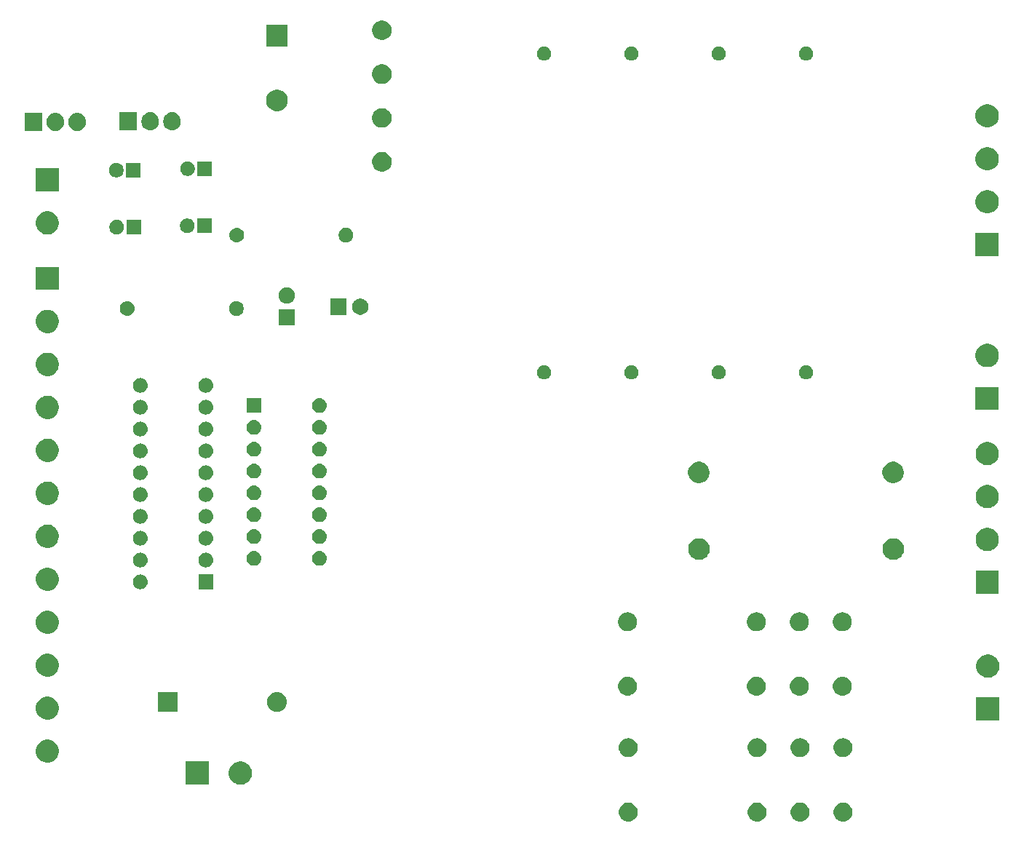
<source format=gbr>
G04 #@! TF.GenerationSoftware,KiCad,Pcbnew,(5.1.2)-2*
G04 #@! TF.CreationDate,2020-01-08T22:38:54+05:30*
G04 #@! TF.ProjectId,controller,636f6e74-726f-46c6-9c65-722e6b696361,rev?*
G04 #@! TF.SameCoordinates,Original*
G04 #@! TF.FileFunction,Soldermask,Top*
G04 #@! TF.FilePolarity,Negative*
%FSLAX46Y46*%
G04 Gerber Fmt 4.6, Leading zero omitted, Abs format (unit mm)*
G04 Created by KiCad (PCBNEW (5.1.2)-2) date 2020-01-08 22:38:54*
%MOMM*%
%LPD*%
G04 APERTURE LIST*
%ADD10C,0.100000*%
G04 APERTURE END LIST*
D10*
G36*
X86064794Y-107230155D02*
G01*
X86171150Y-107251311D01*
X86371520Y-107334307D01*
X86551844Y-107454795D01*
X86705205Y-107608156D01*
X86825693Y-107788480D01*
X86908689Y-107988851D01*
X86951000Y-108201560D01*
X86951000Y-108418440D01*
X86908689Y-108631149D01*
X86825693Y-108831520D01*
X86705205Y-109011844D01*
X86551844Y-109165205D01*
X86371520Y-109285693D01*
X86271334Y-109327191D01*
X86171150Y-109368689D01*
X86064794Y-109389845D01*
X85958440Y-109411000D01*
X85741560Y-109411000D01*
X85635206Y-109389845D01*
X85528850Y-109368689D01*
X85428666Y-109327191D01*
X85328480Y-109285693D01*
X85148156Y-109165205D01*
X84994795Y-109011844D01*
X84874307Y-108831520D01*
X84791311Y-108631149D01*
X84749000Y-108418440D01*
X84749000Y-108201560D01*
X84791311Y-107988851D01*
X84874307Y-107788480D01*
X84994795Y-107608156D01*
X85148156Y-107454795D01*
X85328480Y-107334307D01*
X85528850Y-107251311D01*
X85635206Y-107230155D01*
X85741560Y-107209000D01*
X85958440Y-107209000D01*
X86064794Y-107230155D01*
X86064794Y-107230155D01*
G37*
G36*
X106064794Y-107230155D02*
G01*
X106171150Y-107251311D01*
X106371520Y-107334307D01*
X106551844Y-107454795D01*
X106705205Y-107608156D01*
X106825693Y-107788480D01*
X106908689Y-107988851D01*
X106951000Y-108201560D01*
X106951000Y-108418440D01*
X106908689Y-108631149D01*
X106825693Y-108831520D01*
X106705205Y-109011844D01*
X106551844Y-109165205D01*
X106371520Y-109285693D01*
X106271334Y-109327191D01*
X106171150Y-109368689D01*
X106064794Y-109389845D01*
X105958440Y-109411000D01*
X105741560Y-109411000D01*
X105635206Y-109389845D01*
X105528850Y-109368689D01*
X105428666Y-109327191D01*
X105328480Y-109285693D01*
X105148156Y-109165205D01*
X104994795Y-109011844D01*
X104874307Y-108831520D01*
X104791311Y-108631149D01*
X104749000Y-108418440D01*
X104749000Y-108201560D01*
X104791311Y-107988851D01*
X104874307Y-107788480D01*
X104994795Y-107608156D01*
X105148156Y-107454795D01*
X105328480Y-107334307D01*
X105528850Y-107251311D01*
X105635206Y-107230155D01*
X105741560Y-107209000D01*
X105958440Y-107209000D01*
X106064794Y-107230155D01*
X106064794Y-107230155D01*
G37*
G36*
X111064794Y-107230155D02*
G01*
X111171150Y-107251311D01*
X111371520Y-107334307D01*
X111551844Y-107454795D01*
X111705205Y-107608156D01*
X111825693Y-107788480D01*
X111908689Y-107988851D01*
X111951000Y-108201560D01*
X111951000Y-108418440D01*
X111908689Y-108631149D01*
X111825693Y-108831520D01*
X111705205Y-109011844D01*
X111551844Y-109165205D01*
X111371520Y-109285693D01*
X111271334Y-109327191D01*
X111171150Y-109368689D01*
X111064794Y-109389845D01*
X110958440Y-109411000D01*
X110741560Y-109411000D01*
X110635206Y-109389845D01*
X110528850Y-109368689D01*
X110428666Y-109327191D01*
X110328480Y-109285693D01*
X110148156Y-109165205D01*
X109994795Y-109011844D01*
X109874307Y-108831520D01*
X109791311Y-108631149D01*
X109749000Y-108418440D01*
X109749000Y-108201560D01*
X109791311Y-107988851D01*
X109874307Y-107788480D01*
X109994795Y-107608156D01*
X110148156Y-107454795D01*
X110328480Y-107334307D01*
X110528850Y-107251311D01*
X110635206Y-107230155D01*
X110741560Y-107209000D01*
X110958440Y-107209000D01*
X111064794Y-107230155D01*
X111064794Y-107230155D01*
G37*
G36*
X101064794Y-107230155D02*
G01*
X101171150Y-107251311D01*
X101371520Y-107334307D01*
X101551844Y-107454795D01*
X101705205Y-107608156D01*
X101825693Y-107788480D01*
X101908689Y-107988851D01*
X101951000Y-108201560D01*
X101951000Y-108418440D01*
X101908689Y-108631149D01*
X101825693Y-108831520D01*
X101705205Y-109011844D01*
X101551844Y-109165205D01*
X101371520Y-109285693D01*
X101271334Y-109327191D01*
X101171150Y-109368689D01*
X101064794Y-109389845D01*
X100958440Y-109411000D01*
X100741560Y-109411000D01*
X100635206Y-109389845D01*
X100528850Y-109368689D01*
X100428666Y-109327191D01*
X100328480Y-109285693D01*
X100148156Y-109165205D01*
X99994795Y-109011844D01*
X99874307Y-108831520D01*
X99791311Y-108631149D01*
X99749000Y-108418440D01*
X99749000Y-108201560D01*
X99791311Y-107988851D01*
X99874307Y-107788480D01*
X99994795Y-107608156D01*
X100148156Y-107454795D01*
X100328480Y-107334307D01*
X100528850Y-107251311D01*
X100635206Y-107230155D01*
X100741560Y-107209000D01*
X100958440Y-107209000D01*
X101064794Y-107230155D01*
X101064794Y-107230155D01*
G37*
G36*
X37091000Y-105121000D02*
G01*
X34389000Y-105121000D01*
X34389000Y-102419000D01*
X37091000Y-102419000D01*
X37091000Y-105121000D01*
X37091000Y-105121000D01*
G37*
G36*
X41134072Y-102470918D02*
G01*
X41375693Y-102571000D01*
X41379939Y-102572759D01*
X41601212Y-102720610D01*
X41789390Y-102908788D01*
X41937241Y-103130061D01*
X42039082Y-103375928D01*
X42091000Y-103636938D01*
X42091000Y-103903062D01*
X42039082Y-104164072D01*
X41937241Y-104409939D01*
X41789390Y-104631212D01*
X41601212Y-104819390D01*
X41379939Y-104967241D01*
X41379938Y-104967242D01*
X41379937Y-104967242D01*
X41134072Y-105069082D01*
X40873063Y-105121000D01*
X40606937Y-105121000D01*
X40345928Y-105069082D01*
X40100063Y-104967242D01*
X40100062Y-104967242D01*
X40100061Y-104967241D01*
X39878788Y-104819390D01*
X39690610Y-104631212D01*
X39542759Y-104409939D01*
X39440918Y-104164072D01*
X39389000Y-103903062D01*
X39389000Y-103636938D01*
X39440918Y-103375928D01*
X39542759Y-103130061D01*
X39690610Y-102908788D01*
X39878788Y-102720610D01*
X40100061Y-102572759D01*
X40104308Y-102571000D01*
X40345928Y-102470918D01*
X40606937Y-102419000D01*
X40873063Y-102419000D01*
X41134072Y-102470918D01*
X41134072Y-102470918D01*
G37*
G36*
X18684072Y-99920918D02*
G01*
X18929939Y-100022759D01*
X19151212Y-100170610D01*
X19339390Y-100358788D01*
X19487241Y-100580061D01*
X19589082Y-100825928D01*
X19641000Y-101086938D01*
X19641000Y-101353062D01*
X19589082Y-101614072D01*
X19487241Y-101859939D01*
X19339390Y-102081212D01*
X19151212Y-102269390D01*
X18929939Y-102417241D01*
X18929938Y-102417242D01*
X18929937Y-102417242D01*
X18684072Y-102519082D01*
X18423063Y-102571000D01*
X18156937Y-102571000D01*
X17895928Y-102519082D01*
X17650063Y-102417242D01*
X17650062Y-102417242D01*
X17650061Y-102417241D01*
X17428788Y-102269390D01*
X17240610Y-102081212D01*
X17092759Y-101859939D01*
X16990918Y-101614072D01*
X16939000Y-101353062D01*
X16939000Y-101086938D01*
X16990918Y-100825928D01*
X17092759Y-100580061D01*
X17240610Y-100358788D01*
X17428788Y-100170610D01*
X17650061Y-100022759D01*
X17895928Y-99920918D01*
X18156937Y-99869000D01*
X18423063Y-99869000D01*
X18684072Y-99920918D01*
X18684072Y-99920918D01*
G37*
G36*
X86064794Y-99730155D02*
G01*
X86171150Y-99751311D01*
X86271334Y-99792809D01*
X86371520Y-99834307D01*
X86551844Y-99954795D01*
X86705205Y-100108156D01*
X86825693Y-100288480D01*
X86825693Y-100288481D01*
X86908689Y-100488850D01*
X86951000Y-100701561D01*
X86951000Y-100918439D01*
X86917484Y-101086937D01*
X86908689Y-101131149D01*
X86825693Y-101331520D01*
X86705205Y-101511844D01*
X86551844Y-101665205D01*
X86371520Y-101785693D01*
X86171150Y-101868689D01*
X86064794Y-101889845D01*
X85958440Y-101911000D01*
X85741560Y-101911000D01*
X85635206Y-101889845D01*
X85528850Y-101868689D01*
X85328480Y-101785693D01*
X85148156Y-101665205D01*
X84994795Y-101511844D01*
X84874307Y-101331520D01*
X84791311Y-101131149D01*
X84782517Y-101086937D01*
X84749000Y-100918439D01*
X84749000Y-100701561D01*
X84791311Y-100488850D01*
X84874307Y-100288481D01*
X84874307Y-100288480D01*
X84994795Y-100108156D01*
X85148156Y-99954795D01*
X85328480Y-99834307D01*
X85428666Y-99792809D01*
X85528850Y-99751311D01*
X85635206Y-99730155D01*
X85741560Y-99709000D01*
X85958440Y-99709000D01*
X86064794Y-99730155D01*
X86064794Y-99730155D01*
G37*
G36*
X101064794Y-99730155D02*
G01*
X101171150Y-99751311D01*
X101271334Y-99792809D01*
X101371520Y-99834307D01*
X101551844Y-99954795D01*
X101705205Y-100108156D01*
X101825693Y-100288480D01*
X101825693Y-100288481D01*
X101908689Y-100488850D01*
X101951000Y-100701561D01*
X101951000Y-100918439D01*
X101917484Y-101086937D01*
X101908689Y-101131149D01*
X101825693Y-101331520D01*
X101705205Y-101511844D01*
X101551844Y-101665205D01*
X101371520Y-101785693D01*
X101171150Y-101868689D01*
X101064794Y-101889845D01*
X100958440Y-101911000D01*
X100741560Y-101911000D01*
X100635206Y-101889845D01*
X100528850Y-101868689D01*
X100328480Y-101785693D01*
X100148156Y-101665205D01*
X99994795Y-101511844D01*
X99874307Y-101331520D01*
X99791311Y-101131149D01*
X99782517Y-101086937D01*
X99749000Y-100918439D01*
X99749000Y-100701561D01*
X99791311Y-100488850D01*
X99874307Y-100288481D01*
X99874307Y-100288480D01*
X99994795Y-100108156D01*
X100148156Y-99954795D01*
X100328480Y-99834307D01*
X100428666Y-99792809D01*
X100528850Y-99751311D01*
X100635206Y-99730155D01*
X100741560Y-99709000D01*
X100958440Y-99709000D01*
X101064794Y-99730155D01*
X101064794Y-99730155D01*
G37*
G36*
X106064794Y-99730155D02*
G01*
X106171150Y-99751311D01*
X106271334Y-99792809D01*
X106371520Y-99834307D01*
X106551844Y-99954795D01*
X106705205Y-100108156D01*
X106825693Y-100288480D01*
X106825693Y-100288481D01*
X106908689Y-100488850D01*
X106951000Y-100701561D01*
X106951000Y-100918439D01*
X106917484Y-101086937D01*
X106908689Y-101131149D01*
X106825693Y-101331520D01*
X106705205Y-101511844D01*
X106551844Y-101665205D01*
X106371520Y-101785693D01*
X106171150Y-101868689D01*
X106064794Y-101889845D01*
X105958440Y-101911000D01*
X105741560Y-101911000D01*
X105635206Y-101889845D01*
X105528850Y-101868689D01*
X105328480Y-101785693D01*
X105148156Y-101665205D01*
X104994795Y-101511844D01*
X104874307Y-101331520D01*
X104791311Y-101131149D01*
X104782517Y-101086937D01*
X104749000Y-100918439D01*
X104749000Y-100701561D01*
X104791311Y-100488850D01*
X104874307Y-100288481D01*
X104874307Y-100288480D01*
X104994795Y-100108156D01*
X105148156Y-99954795D01*
X105328480Y-99834307D01*
X105428666Y-99792809D01*
X105528850Y-99751311D01*
X105635206Y-99730155D01*
X105741560Y-99709000D01*
X105958440Y-99709000D01*
X106064794Y-99730155D01*
X106064794Y-99730155D01*
G37*
G36*
X111064794Y-99730155D02*
G01*
X111171150Y-99751311D01*
X111271334Y-99792809D01*
X111371520Y-99834307D01*
X111551844Y-99954795D01*
X111705205Y-100108156D01*
X111825693Y-100288480D01*
X111825693Y-100288481D01*
X111908689Y-100488850D01*
X111951000Y-100701561D01*
X111951000Y-100918439D01*
X111917484Y-101086937D01*
X111908689Y-101131149D01*
X111825693Y-101331520D01*
X111705205Y-101511844D01*
X111551844Y-101665205D01*
X111371520Y-101785693D01*
X111171150Y-101868689D01*
X111064794Y-101889845D01*
X110958440Y-101911000D01*
X110741560Y-101911000D01*
X110635206Y-101889845D01*
X110528850Y-101868689D01*
X110328480Y-101785693D01*
X110148156Y-101665205D01*
X109994795Y-101511844D01*
X109874307Y-101331520D01*
X109791311Y-101131149D01*
X109782517Y-101086937D01*
X109749000Y-100918439D01*
X109749000Y-100701561D01*
X109791311Y-100488850D01*
X109874307Y-100288481D01*
X109874307Y-100288480D01*
X109994795Y-100108156D01*
X110148156Y-99954795D01*
X110328480Y-99834307D01*
X110428666Y-99792809D01*
X110528850Y-99751311D01*
X110635206Y-99730155D01*
X110741560Y-99709000D01*
X110958440Y-99709000D01*
X111064794Y-99730155D01*
X111064794Y-99730155D01*
G37*
G36*
X129041000Y-97671000D02*
G01*
X126339000Y-97671000D01*
X126339000Y-94969000D01*
X129041000Y-94969000D01*
X129041000Y-97671000D01*
X129041000Y-97671000D01*
G37*
G36*
X18684072Y-94920918D02*
G01*
X18929939Y-95022759D01*
X19151212Y-95170610D01*
X19339390Y-95358788D01*
X19487241Y-95580061D01*
X19589082Y-95825928D01*
X19641000Y-96086938D01*
X19641000Y-96353062D01*
X19589082Y-96614072D01*
X19487241Y-96859939D01*
X19339390Y-97081212D01*
X19151212Y-97269390D01*
X18929939Y-97417241D01*
X18929938Y-97417242D01*
X18929937Y-97417242D01*
X18684072Y-97519082D01*
X18423063Y-97571000D01*
X18156937Y-97571000D01*
X17895928Y-97519082D01*
X17650063Y-97417242D01*
X17650062Y-97417242D01*
X17650061Y-97417241D01*
X17428788Y-97269390D01*
X17240610Y-97081212D01*
X17092759Y-96859939D01*
X16990918Y-96614072D01*
X16939000Y-96353062D01*
X16939000Y-96086938D01*
X16990918Y-95825928D01*
X17092759Y-95580061D01*
X17240610Y-95358788D01*
X17428788Y-95170610D01*
X17650061Y-95022759D01*
X17895928Y-94920918D01*
X18156937Y-94869000D01*
X18423063Y-94869000D01*
X18684072Y-94920918D01*
X18684072Y-94920918D01*
G37*
G36*
X45159271Y-94350103D02*
G01*
X45215635Y-94355654D01*
X45432600Y-94421470D01*
X45432602Y-94421471D01*
X45632555Y-94528347D01*
X45807818Y-94672182D01*
X45951653Y-94847445D01*
X46045359Y-95022758D01*
X46058530Y-95047400D01*
X46124346Y-95264365D01*
X46146569Y-95490000D01*
X46124346Y-95715635D01*
X46090889Y-95825928D01*
X46058529Y-95932602D01*
X45951653Y-96132555D01*
X45807818Y-96307818D01*
X45632555Y-96451653D01*
X45432602Y-96558529D01*
X45432600Y-96558530D01*
X45215635Y-96624346D01*
X45159271Y-96629897D01*
X45046545Y-96641000D01*
X44933455Y-96641000D01*
X44820729Y-96629897D01*
X44764365Y-96624346D01*
X44547400Y-96558530D01*
X44547398Y-96558529D01*
X44347445Y-96451653D01*
X44172182Y-96307818D01*
X44028347Y-96132555D01*
X43921471Y-95932602D01*
X43889112Y-95825928D01*
X43855654Y-95715635D01*
X43833431Y-95490000D01*
X43855654Y-95264365D01*
X43921470Y-95047400D01*
X43934641Y-95022758D01*
X44028347Y-94847445D01*
X44172182Y-94672182D01*
X44347445Y-94528347D01*
X44547398Y-94421471D01*
X44547400Y-94421470D01*
X44764365Y-94355654D01*
X44820729Y-94350103D01*
X44933455Y-94339000D01*
X45046545Y-94339000D01*
X45159271Y-94350103D01*
X45159271Y-94350103D01*
G37*
G36*
X33441000Y-96641000D02*
G01*
X31139000Y-96641000D01*
X31139000Y-94339000D01*
X33441000Y-94339000D01*
X33441000Y-96641000D01*
X33441000Y-96641000D01*
G37*
G36*
X85994794Y-92590155D02*
G01*
X86101150Y-92611311D01*
X86201334Y-92652809D01*
X86301520Y-92694307D01*
X86481844Y-92814795D01*
X86635205Y-92968156D01*
X86755693Y-93148480D01*
X86838689Y-93348851D01*
X86881000Y-93561560D01*
X86881000Y-93778440D01*
X86838689Y-93991149D01*
X86755693Y-94191520D01*
X86635205Y-94371844D01*
X86481844Y-94525205D01*
X86301520Y-94645693D01*
X86101150Y-94728689D01*
X85994794Y-94749845D01*
X85888440Y-94771000D01*
X85671560Y-94771000D01*
X85565206Y-94749845D01*
X85458850Y-94728689D01*
X85258480Y-94645693D01*
X85078156Y-94525205D01*
X84924795Y-94371844D01*
X84804307Y-94191520D01*
X84721311Y-93991149D01*
X84679000Y-93778440D01*
X84679000Y-93561560D01*
X84721311Y-93348851D01*
X84804307Y-93148480D01*
X84924795Y-92968156D01*
X85078156Y-92814795D01*
X85258480Y-92694307D01*
X85358666Y-92652809D01*
X85458850Y-92611311D01*
X85565206Y-92590155D01*
X85671560Y-92569000D01*
X85888440Y-92569000D01*
X85994794Y-92590155D01*
X85994794Y-92590155D01*
G37*
G36*
X100994794Y-92590155D02*
G01*
X101101150Y-92611311D01*
X101201334Y-92652809D01*
X101301520Y-92694307D01*
X101481844Y-92814795D01*
X101635205Y-92968156D01*
X101755693Y-93148480D01*
X101838689Y-93348851D01*
X101881000Y-93561560D01*
X101881000Y-93778440D01*
X101838689Y-93991149D01*
X101755693Y-94191520D01*
X101635205Y-94371844D01*
X101481844Y-94525205D01*
X101301520Y-94645693D01*
X101101150Y-94728689D01*
X100994794Y-94749845D01*
X100888440Y-94771000D01*
X100671560Y-94771000D01*
X100565206Y-94749845D01*
X100458850Y-94728689D01*
X100258480Y-94645693D01*
X100078156Y-94525205D01*
X99924795Y-94371844D01*
X99804307Y-94191520D01*
X99721311Y-93991149D01*
X99679000Y-93778440D01*
X99679000Y-93561560D01*
X99721311Y-93348851D01*
X99804307Y-93148480D01*
X99924795Y-92968156D01*
X100078156Y-92814795D01*
X100258480Y-92694307D01*
X100358666Y-92652809D01*
X100458850Y-92611311D01*
X100565206Y-92590155D01*
X100671560Y-92569000D01*
X100888440Y-92569000D01*
X100994794Y-92590155D01*
X100994794Y-92590155D01*
G37*
G36*
X105994794Y-92590155D02*
G01*
X106101150Y-92611311D01*
X106201334Y-92652809D01*
X106301520Y-92694307D01*
X106481844Y-92814795D01*
X106635205Y-92968156D01*
X106755693Y-93148480D01*
X106838689Y-93348851D01*
X106881000Y-93561560D01*
X106881000Y-93778440D01*
X106838689Y-93991149D01*
X106755693Y-94191520D01*
X106635205Y-94371844D01*
X106481844Y-94525205D01*
X106301520Y-94645693D01*
X106101150Y-94728689D01*
X105994794Y-94749845D01*
X105888440Y-94771000D01*
X105671560Y-94771000D01*
X105565206Y-94749845D01*
X105458850Y-94728689D01*
X105258480Y-94645693D01*
X105078156Y-94525205D01*
X104924795Y-94371844D01*
X104804307Y-94191520D01*
X104721311Y-93991149D01*
X104679000Y-93778440D01*
X104679000Y-93561560D01*
X104721311Y-93348851D01*
X104804307Y-93148480D01*
X104924795Y-92968156D01*
X105078156Y-92814795D01*
X105258480Y-92694307D01*
X105358666Y-92652809D01*
X105458850Y-92611311D01*
X105565206Y-92590155D01*
X105671560Y-92569000D01*
X105888440Y-92569000D01*
X105994794Y-92590155D01*
X105994794Y-92590155D01*
G37*
G36*
X110994794Y-92590155D02*
G01*
X111101150Y-92611311D01*
X111201334Y-92652809D01*
X111301520Y-92694307D01*
X111481844Y-92814795D01*
X111635205Y-92968156D01*
X111755693Y-93148480D01*
X111838689Y-93348851D01*
X111881000Y-93561560D01*
X111881000Y-93778440D01*
X111838689Y-93991149D01*
X111755693Y-94191520D01*
X111635205Y-94371844D01*
X111481844Y-94525205D01*
X111301520Y-94645693D01*
X111101150Y-94728689D01*
X110994794Y-94749845D01*
X110888440Y-94771000D01*
X110671560Y-94771000D01*
X110565206Y-94749845D01*
X110458850Y-94728689D01*
X110258480Y-94645693D01*
X110078156Y-94525205D01*
X109924795Y-94371844D01*
X109804307Y-94191520D01*
X109721311Y-93991149D01*
X109679000Y-93778440D01*
X109679000Y-93561560D01*
X109721311Y-93348851D01*
X109804307Y-93148480D01*
X109924795Y-92968156D01*
X110078156Y-92814795D01*
X110258480Y-92694307D01*
X110358666Y-92652809D01*
X110458850Y-92611311D01*
X110565206Y-92590155D01*
X110671560Y-92569000D01*
X110888440Y-92569000D01*
X110994794Y-92590155D01*
X110994794Y-92590155D01*
G37*
G36*
X128084072Y-90020918D02*
G01*
X128329939Y-90122759D01*
X128441328Y-90197187D01*
X128551211Y-90270609D01*
X128739391Y-90458789D01*
X128887242Y-90680063D01*
X128989082Y-90925928D01*
X129041000Y-91186937D01*
X129041000Y-91453063D01*
X128989082Y-91714072D01*
X128887242Y-91959937D01*
X128739391Y-92181211D01*
X128551211Y-92369391D01*
X128479597Y-92417242D01*
X128329939Y-92517241D01*
X128329938Y-92517242D01*
X128329937Y-92517242D01*
X128084072Y-92619082D01*
X127823063Y-92671000D01*
X127556937Y-92671000D01*
X127295928Y-92619082D01*
X127050063Y-92517242D01*
X127050062Y-92517242D01*
X127050061Y-92517241D01*
X126900403Y-92417242D01*
X126828789Y-92369391D01*
X126640609Y-92181211D01*
X126492758Y-91959937D01*
X126390918Y-91714072D01*
X126339000Y-91453063D01*
X126339000Y-91186937D01*
X126390918Y-90925928D01*
X126492758Y-90680063D01*
X126640609Y-90458789D01*
X126828789Y-90270609D01*
X126938672Y-90197187D01*
X127050061Y-90122759D01*
X127295928Y-90020918D01*
X127556937Y-89969000D01*
X127823063Y-89969000D01*
X128084072Y-90020918D01*
X128084072Y-90020918D01*
G37*
G36*
X18684072Y-89920918D02*
G01*
X18925495Y-90020918D01*
X18929939Y-90022759D01*
X19041328Y-90097187D01*
X19079599Y-90122759D01*
X19151212Y-90170610D01*
X19339390Y-90358788D01*
X19487241Y-90580061D01*
X19589082Y-90825928D01*
X19641000Y-91086938D01*
X19641000Y-91353062D01*
X19589082Y-91614072D01*
X19487241Y-91859939D01*
X19339390Y-92081212D01*
X19151212Y-92269390D01*
X18929939Y-92417241D01*
X18929938Y-92417242D01*
X18929937Y-92417242D01*
X18684072Y-92519082D01*
X18423063Y-92571000D01*
X18156937Y-92571000D01*
X17895928Y-92519082D01*
X17650063Y-92417242D01*
X17650062Y-92417242D01*
X17650061Y-92417241D01*
X17428788Y-92269390D01*
X17240610Y-92081212D01*
X17092759Y-91859939D01*
X16990918Y-91614072D01*
X16939000Y-91353062D01*
X16939000Y-91086938D01*
X16990918Y-90825928D01*
X17092759Y-90580061D01*
X17240610Y-90358788D01*
X17428788Y-90170610D01*
X17500402Y-90122759D01*
X17538672Y-90097187D01*
X17650061Y-90022759D01*
X17654506Y-90020918D01*
X17895928Y-89920918D01*
X18156937Y-89869000D01*
X18423063Y-89869000D01*
X18684072Y-89920918D01*
X18684072Y-89920918D01*
G37*
G36*
X18684072Y-84920918D02*
G01*
X18929939Y-85022759D01*
X18999143Y-85069000D01*
X19151211Y-85170609D01*
X19339391Y-85358789D01*
X19487242Y-85580063D01*
X19589082Y-85825928D01*
X19641000Y-86086937D01*
X19641000Y-86353063D01*
X19589082Y-86614072D01*
X19487242Y-86859937D01*
X19339391Y-87081211D01*
X19151211Y-87269391D01*
X19041328Y-87342813D01*
X18929939Y-87417241D01*
X18929938Y-87417242D01*
X18929937Y-87417242D01*
X18684072Y-87519082D01*
X18423063Y-87571000D01*
X18156937Y-87571000D01*
X17895928Y-87519082D01*
X17650063Y-87417242D01*
X17650062Y-87417242D01*
X17650061Y-87417241D01*
X17538672Y-87342813D01*
X17428789Y-87269391D01*
X17240609Y-87081211D01*
X17092758Y-86859937D01*
X16990918Y-86614072D01*
X16939000Y-86353063D01*
X16939000Y-86086937D01*
X16990918Y-85825928D01*
X17092758Y-85580063D01*
X17240609Y-85358789D01*
X17428789Y-85170609D01*
X17580857Y-85069000D01*
X17650061Y-85022759D01*
X17895928Y-84920918D01*
X18156937Y-84869000D01*
X18423063Y-84869000D01*
X18684072Y-84920918D01*
X18684072Y-84920918D01*
G37*
G36*
X100994795Y-85090156D02*
G01*
X101101150Y-85111311D01*
X101301520Y-85194307D01*
X101481844Y-85314795D01*
X101635205Y-85468156D01*
X101755693Y-85648480D01*
X101838689Y-85848851D01*
X101881000Y-86061560D01*
X101881000Y-86278440D01*
X101838689Y-86491149D01*
X101755693Y-86691520D01*
X101635205Y-86871844D01*
X101481844Y-87025205D01*
X101301520Y-87145693D01*
X101201334Y-87187191D01*
X101101150Y-87228689D01*
X100994794Y-87249845D01*
X100888440Y-87271000D01*
X100671560Y-87271000D01*
X100565206Y-87249845D01*
X100458850Y-87228689D01*
X100258480Y-87145693D01*
X100078156Y-87025205D01*
X99924795Y-86871844D01*
X99804307Y-86691520D01*
X99721311Y-86491149D01*
X99679000Y-86278440D01*
X99679000Y-86061560D01*
X99721311Y-85848851D01*
X99804307Y-85648480D01*
X99924795Y-85468156D01*
X100078156Y-85314795D01*
X100258480Y-85194307D01*
X100458850Y-85111311D01*
X100565205Y-85090156D01*
X100671560Y-85069000D01*
X100888440Y-85069000D01*
X100994795Y-85090156D01*
X100994795Y-85090156D01*
G37*
G36*
X105994795Y-85090156D02*
G01*
X106101150Y-85111311D01*
X106301520Y-85194307D01*
X106481844Y-85314795D01*
X106635205Y-85468156D01*
X106755693Y-85648480D01*
X106838689Y-85848851D01*
X106881000Y-86061560D01*
X106881000Y-86278440D01*
X106838689Y-86491149D01*
X106755693Y-86691520D01*
X106635205Y-86871844D01*
X106481844Y-87025205D01*
X106301520Y-87145693D01*
X106201334Y-87187191D01*
X106101150Y-87228689D01*
X105994794Y-87249845D01*
X105888440Y-87271000D01*
X105671560Y-87271000D01*
X105565206Y-87249845D01*
X105458850Y-87228689D01*
X105258480Y-87145693D01*
X105078156Y-87025205D01*
X104924795Y-86871844D01*
X104804307Y-86691520D01*
X104721311Y-86491149D01*
X104679000Y-86278440D01*
X104679000Y-86061560D01*
X104721311Y-85848851D01*
X104804307Y-85648480D01*
X104924795Y-85468156D01*
X105078156Y-85314795D01*
X105258480Y-85194307D01*
X105458850Y-85111311D01*
X105565205Y-85090156D01*
X105671560Y-85069000D01*
X105888440Y-85069000D01*
X105994795Y-85090156D01*
X105994795Y-85090156D01*
G37*
G36*
X110994795Y-85090156D02*
G01*
X111101150Y-85111311D01*
X111301520Y-85194307D01*
X111481844Y-85314795D01*
X111635205Y-85468156D01*
X111755693Y-85648480D01*
X111838689Y-85848851D01*
X111881000Y-86061560D01*
X111881000Y-86278440D01*
X111838689Y-86491149D01*
X111755693Y-86691520D01*
X111635205Y-86871844D01*
X111481844Y-87025205D01*
X111301520Y-87145693D01*
X111201334Y-87187191D01*
X111101150Y-87228689D01*
X110994794Y-87249845D01*
X110888440Y-87271000D01*
X110671560Y-87271000D01*
X110565206Y-87249845D01*
X110458850Y-87228689D01*
X110258480Y-87145693D01*
X110078156Y-87025205D01*
X109924795Y-86871844D01*
X109804307Y-86691520D01*
X109721311Y-86491149D01*
X109679000Y-86278440D01*
X109679000Y-86061560D01*
X109721311Y-85848851D01*
X109804307Y-85648480D01*
X109924795Y-85468156D01*
X110078156Y-85314795D01*
X110258480Y-85194307D01*
X110458850Y-85111311D01*
X110565205Y-85090156D01*
X110671560Y-85069000D01*
X110888440Y-85069000D01*
X110994795Y-85090156D01*
X110994795Y-85090156D01*
G37*
G36*
X85994795Y-85090156D02*
G01*
X86101150Y-85111311D01*
X86301520Y-85194307D01*
X86481844Y-85314795D01*
X86635205Y-85468156D01*
X86755693Y-85648480D01*
X86838689Y-85848851D01*
X86881000Y-86061560D01*
X86881000Y-86278440D01*
X86838689Y-86491149D01*
X86755693Y-86691520D01*
X86635205Y-86871844D01*
X86481844Y-87025205D01*
X86301520Y-87145693D01*
X86201334Y-87187191D01*
X86101150Y-87228689D01*
X85994794Y-87249845D01*
X85888440Y-87271000D01*
X85671560Y-87271000D01*
X85565206Y-87249845D01*
X85458850Y-87228689D01*
X85258480Y-87145693D01*
X85078156Y-87025205D01*
X84924795Y-86871844D01*
X84804307Y-86691520D01*
X84721311Y-86491149D01*
X84679000Y-86278440D01*
X84679000Y-86061560D01*
X84721311Y-85848851D01*
X84804307Y-85648480D01*
X84924795Y-85468156D01*
X85078156Y-85314795D01*
X85258480Y-85194307D01*
X85458850Y-85111311D01*
X85565205Y-85090156D01*
X85671560Y-85069000D01*
X85888440Y-85069000D01*
X85994795Y-85090156D01*
X85994795Y-85090156D01*
G37*
G36*
X128981000Y-82951000D02*
G01*
X126279000Y-82951000D01*
X126279000Y-80249000D01*
X128981000Y-80249000D01*
X128981000Y-82951000D01*
X128981000Y-82951000D01*
G37*
G36*
X18684072Y-79920918D02*
G01*
X18929939Y-80022759D01*
X19041328Y-80097187D01*
X19151211Y-80170609D01*
X19339391Y-80358789D01*
X19487242Y-80580063D01*
X19589082Y-80825928D01*
X19641000Y-81086937D01*
X19641000Y-81353063D01*
X19589082Y-81614072D01*
X19487242Y-81859937D01*
X19339391Y-82081211D01*
X19151211Y-82269391D01*
X19075432Y-82320025D01*
X18929939Y-82417241D01*
X18929938Y-82417242D01*
X18929937Y-82417242D01*
X18684072Y-82519082D01*
X18423063Y-82571000D01*
X18156937Y-82571000D01*
X17895928Y-82519082D01*
X17650063Y-82417242D01*
X17650062Y-82417242D01*
X17650061Y-82417241D01*
X17504568Y-82320025D01*
X17428789Y-82269391D01*
X17240609Y-82081211D01*
X17092758Y-81859937D01*
X16990918Y-81614072D01*
X16939000Y-81353063D01*
X16939000Y-81086937D01*
X16990918Y-80825928D01*
X17092758Y-80580063D01*
X17240609Y-80358789D01*
X17428789Y-80170609D01*
X17538672Y-80097187D01*
X17650061Y-80022759D01*
X17895928Y-79920918D01*
X18156937Y-79869000D01*
X18423063Y-79869000D01*
X18684072Y-79920918D01*
X18684072Y-79920918D01*
G37*
G36*
X29256823Y-80691313D02*
G01*
X29417242Y-80739976D01*
X29549906Y-80810886D01*
X29565078Y-80818996D01*
X29694659Y-80925341D01*
X29801004Y-81054922D01*
X29801005Y-81054924D01*
X29880024Y-81202758D01*
X29928687Y-81363177D01*
X29945117Y-81530000D01*
X29928687Y-81696823D01*
X29880024Y-81857242D01*
X29878583Y-81859937D01*
X29801004Y-82005078D01*
X29694659Y-82134659D01*
X29565078Y-82241004D01*
X29565076Y-82241005D01*
X29417242Y-82320024D01*
X29256823Y-82368687D01*
X29131804Y-82381000D01*
X29048196Y-82381000D01*
X28923177Y-82368687D01*
X28762758Y-82320024D01*
X28614924Y-82241005D01*
X28614922Y-82241004D01*
X28485341Y-82134659D01*
X28378996Y-82005078D01*
X28301417Y-81859937D01*
X28299976Y-81857242D01*
X28251313Y-81696823D01*
X28234883Y-81530000D01*
X28251313Y-81363177D01*
X28299976Y-81202758D01*
X28378995Y-81054924D01*
X28378996Y-81054922D01*
X28485341Y-80925341D01*
X28614922Y-80818996D01*
X28630094Y-80810886D01*
X28762758Y-80739976D01*
X28923177Y-80691313D01*
X29048196Y-80679000D01*
X29131804Y-80679000D01*
X29256823Y-80691313D01*
X29256823Y-80691313D01*
G37*
G36*
X37561000Y-82381000D02*
G01*
X35859000Y-82381000D01*
X35859000Y-80679000D01*
X37561000Y-80679000D01*
X37561000Y-82381000D01*
X37561000Y-82381000D01*
G37*
G36*
X36876823Y-78151313D02*
G01*
X37037242Y-78199976D01*
X37169906Y-78270886D01*
X37185078Y-78278996D01*
X37314659Y-78385341D01*
X37421004Y-78514922D01*
X37421005Y-78514924D01*
X37500024Y-78662758D01*
X37548687Y-78823177D01*
X37565117Y-78990000D01*
X37548687Y-79156823D01*
X37500024Y-79317242D01*
X37429114Y-79449906D01*
X37421004Y-79465078D01*
X37314659Y-79594659D01*
X37185078Y-79701004D01*
X37185076Y-79701005D01*
X37037242Y-79780024D01*
X36876823Y-79828687D01*
X36751804Y-79841000D01*
X36668196Y-79841000D01*
X36543177Y-79828687D01*
X36382758Y-79780024D01*
X36234924Y-79701005D01*
X36234922Y-79701004D01*
X36105341Y-79594659D01*
X35998996Y-79465078D01*
X35990886Y-79449906D01*
X35919976Y-79317242D01*
X35871313Y-79156823D01*
X35854883Y-78990000D01*
X35871313Y-78823177D01*
X35919976Y-78662758D01*
X35998995Y-78514924D01*
X35998996Y-78514922D01*
X36105341Y-78385341D01*
X36234922Y-78278996D01*
X36250094Y-78270886D01*
X36382758Y-78199976D01*
X36543177Y-78151313D01*
X36668196Y-78139000D01*
X36751804Y-78139000D01*
X36876823Y-78151313D01*
X36876823Y-78151313D01*
G37*
G36*
X29256823Y-78151313D02*
G01*
X29417242Y-78199976D01*
X29549906Y-78270886D01*
X29565078Y-78278996D01*
X29694659Y-78385341D01*
X29801004Y-78514922D01*
X29801005Y-78514924D01*
X29880024Y-78662758D01*
X29928687Y-78823177D01*
X29945117Y-78990000D01*
X29928687Y-79156823D01*
X29880024Y-79317242D01*
X29809114Y-79449906D01*
X29801004Y-79465078D01*
X29694659Y-79594659D01*
X29565078Y-79701004D01*
X29565076Y-79701005D01*
X29417242Y-79780024D01*
X29256823Y-79828687D01*
X29131804Y-79841000D01*
X29048196Y-79841000D01*
X28923177Y-79828687D01*
X28762758Y-79780024D01*
X28614924Y-79701005D01*
X28614922Y-79701004D01*
X28485341Y-79594659D01*
X28378996Y-79465078D01*
X28370886Y-79449906D01*
X28299976Y-79317242D01*
X28251313Y-79156823D01*
X28234883Y-78990000D01*
X28251313Y-78823177D01*
X28299976Y-78662758D01*
X28378995Y-78514924D01*
X28378996Y-78514922D01*
X28485341Y-78385341D01*
X28614922Y-78278996D01*
X28630094Y-78270886D01*
X28762758Y-78199976D01*
X28923177Y-78151313D01*
X29048196Y-78139000D01*
X29131804Y-78139000D01*
X29256823Y-78151313D01*
X29256823Y-78151313D01*
G37*
G36*
X42466823Y-77951313D02*
G01*
X42627242Y-77999976D01*
X42748712Y-78064903D01*
X42775078Y-78078996D01*
X42904659Y-78185341D01*
X43011004Y-78314922D01*
X43011005Y-78314924D01*
X43090024Y-78462758D01*
X43138687Y-78623177D01*
X43155117Y-78790000D01*
X43138687Y-78956823D01*
X43090024Y-79117242D01*
X43068867Y-79156823D01*
X43011004Y-79265078D01*
X42904659Y-79394659D01*
X42775078Y-79501004D01*
X42775076Y-79501005D01*
X42627242Y-79580024D01*
X42466823Y-79628687D01*
X42341804Y-79641000D01*
X42258196Y-79641000D01*
X42133177Y-79628687D01*
X41972758Y-79580024D01*
X41824924Y-79501005D01*
X41824922Y-79501004D01*
X41695341Y-79394659D01*
X41588996Y-79265078D01*
X41531133Y-79156823D01*
X41509976Y-79117242D01*
X41461313Y-78956823D01*
X41444883Y-78790000D01*
X41461313Y-78623177D01*
X41509976Y-78462758D01*
X41588995Y-78314924D01*
X41588996Y-78314922D01*
X41695341Y-78185341D01*
X41824922Y-78078996D01*
X41851288Y-78064903D01*
X41972758Y-77999976D01*
X42133177Y-77951313D01*
X42258196Y-77939000D01*
X42341804Y-77939000D01*
X42466823Y-77951313D01*
X42466823Y-77951313D01*
G37*
G36*
X50086823Y-77951313D02*
G01*
X50247242Y-77999976D01*
X50368712Y-78064903D01*
X50395078Y-78078996D01*
X50524659Y-78185341D01*
X50631004Y-78314922D01*
X50631005Y-78314924D01*
X50710024Y-78462758D01*
X50758687Y-78623177D01*
X50775117Y-78790000D01*
X50758687Y-78956823D01*
X50710024Y-79117242D01*
X50688867Y-79156823D01*
X50631004Y-79265078D01*
X50524659Y-79394659D01*
X50395078Y-79501004D01*
X50395076Y-79501005D01*
X50247242Y-79580024D01*
X50086823Y-79628687D01*
X49961804Y-79641000D01*
X49878196Y-79641000D01*
X49753177Y-79628687D01*
X49592758Y-79580024D01*
X49444924Y-79501005D01*
X49444922Y-79501004D01*
X49315341Y-79394659D01*
X49208996Y-79265078D01*
X49151133Y-79156823D01*
X49129976Y-79117242D01*
X49081313Y-78956823D01*
X49064883Y-78790000D01*
X49081313Y-78623177D01*
X49129976Y-78462758D01*
X49208995Y-78314924D01*
X49208996Y-78314922D01*
X49315341Y-78185341D01*
X49444922Y-78078996D01*
X49471288Y-78064903D01*
X49592758Y-77999976D01*
X49753177Y-77951313D01*
X49878196Y-77939000D01*
X49961804Y-77939000D01*
X50086823Y-77951313D01*
X50086823Y-77951313D01*
G37*
G36*
X117054903Y-76497075D02*
G01*
X117248437Y-76577239D01*
X117282571Y-76591378D01*
X117487466Y-76728285D01*
X117661715Y-76902534D01*
X117781104Y-77081212D01*
X117798623Y-77107431D01*
X117892925Y-77335097D01*
X117941000Y-77576786D01*
X117941000Y-77823214D01*
X117892925Y-78064903D01*
X117804246Y-78278995D01*
X117798622Y-78292571D01*
X117661715Y-78497466D01*
X117487466Y-78671715D01*
X117282571Y-78808622D01*
X117282570Y-78808623D01*
X117282569Y-78808623D01*
X117054903Y-78902925D01*
X116813214Y-78951000D01*
X116566786Y-78951000D01*
X116325097Y-78902925D01*
X116097431Y-78808623D01*
X116097430Y-78808623D01*
X116097429Y-78808622D01*
X115892534Y-78671715D01*
X115718285Y-78497466D01*
X115581378Y-78292571D01*
X115575755Y-78278995D01*
X115487075Y-78064903D01*
X115439000Y-77823214D01*
X115439000Y-77576786D01*
X115487075Y-77335097D01*
X115581377Y-77107431D01*
X115598896Y-77081212D01*
X115718285Y-76902534D01*
X115892534Y-76728285D01*
X116097429Y-76591378D01*
X116131564Y-76577239D01*
X116325097Y-76497075D01*
X116566786Y-76449000D01*
X116813214Y-76449000D01*
X117054903Y-76497075D01*
X117054903Y-76497075D01*
G37*
G36*
X94454903Y-76497075D02*
G01*
X94648437Y-76577239D01*
X94682571Y-76591378D01*
X94887466Y-76728285D01*
X95061715Y-76902534D01*
X95181104Y-77081212D01*
X95198623Y-77107431D01*
X95292925Y-77335097D01*
X95341000Y-77576786D01*
X95341000Y-77823214D01*
X95292925Y-78064903D01*
X95204246Y-78278995D01*
X95198622Y-78292571D01*
X95061715Y-78497466D01*
X94887466Y-78671715D01*
X94682571Y-78808622D01*
X94682570Y-78808623D01*
X94682569Y-78808623D01*
X94454903Y-78902925D01*
X94213214Y-78951000D01*
X93966786Y-78951000D01*
X93725097Y-78902925D01*
X93497431Y-78808623D01*
X93497430Y-78808623D01*
X93497429Y-78808622D01*
X93292534Y-78671715D01*
X93118285Y-78497466D01*
X92981378Y-78292571D01*
X92975755Y-78278995D01*
X92887075Y-78064903D01*
X92839000Y-77823214D01*
X92839000Y-77576786D01*
X92887075Y-77335097D01*
X92981377Y-77107431D01*
X92998896Y-77081212D01*
X93118285Y-76902534D01*
X93292534Y-76728285D01*
X93497429Y-76591378D01*
X93531564Y-76577239D01*
X93725097Y-76497075D01*
X93966786Y-76449000D01*
X94213214Y-76449000D01*
X94454903Y-76497075D01*
X94454903Y-76497075D01*
G37*
G36*
X128024072Y-75300918D02*
G01*
X128269939Y-75402759D01*
X128282742Y-75411314D01*
X128491211Y-75550609D01*
X128679391Y-75738789D01*
X128827242Y-75960063D01*
X128929082Y-76205928D01*
X128981000Y-76466937D01*
X128981000Y-76733063D01*
X128929082Y-76994072D01*
X128859937Y-77161005D01*
X128827241Y-77239939D01*
X128679390Y-77461212D01*
X128491212Y-77649390D01*
X128269939Y-77797241D01*
X128269938Y-77797242D01*
X128269937Y-77797242D01*
X128024072Y-77899082D01*
X127763063Y-77951000D01*
X127496937Y-77951000D01*
X127235928Y-77899082D01*
X126990063Y-77797242D01*
X126990062Y-77797242D01*
X126990061Y-77797241D01*
X126768788Y-77649390D01*
X126580610Y-77461212D01*
X126432759Y-77239939D01*
X126400064Y-77161005D01*
X126330918Y-76994072D01*
X126279000Y-76733063D01*
X126279000Y-76466937D01*
X126330918Y-76205928D01*
X126432758Y-75960063D01*
X126580609Y-75738789D01*
X126768789Y-75550609D01*
X126977258Y-75411314D01*
X126990061Y-75402759D01*
X127235928Y-75300918D01*
X127496937Y-75249000D01*
X127763063Y-75249000D01*
X128024072Y-75300918D01*
X128024072Y-75300918D01*
G37*
G36*
X18684072Y-74920918D02*
G01*
X18929939Y-75022759D01*
X19041328Y-75097187D01*
X19151211Y-75170609D01*
X19339391Y-75358789D01*
X19407002Y-75459976D01*
X19467562Y-75550609D01*
X19487242Y-75580063D01*
X19589082Y-75825928D01*
X19640252Y-76083175D01*
X19641000Y-76086938D01*
X19641000Y-76353062D01*
X19589082Y-76614072D01*
X19487241Y-76859939D01*
X19443716Y-76925078D01*
X19339391Y-77081211D01*
X19151211Y-77269391D01*
X19103905Y-77301000D01*
X18929939Y-77417241D01*
X18929938Y-77417242D01*
X18929937Y-77417242D01*
X18684072Y-77519082D01*
X18423063Y-77571000D01*
X18156937Y-77571000D01*
X17895928Y-77519082D01*
X17650063Y-77417242D01*
X17650062Y-77417242D01*
X17650061Y-77417241D01*
X17476095Y-77301000D01*
X17428789Y-77269391D01*
X17240609Y-77081211D01*
X17136284Y-76925078D01*
X17092759Y-76859939D01*
X16990918Y-76614072D01*
X16939000Y-76353062D01*
X16939000Y-76086938D01*
X16939749Y-76083175D01*
X16990918Y-75825928D01*
X17092758Y-75580063D01*
X17112439Y-75550609D01*
X17172998Y-75459976D01*
X17240609Y-75358789D01*
X17428789Y-75170609D01*
X17538672Y-75097187D01*
X17650061Y-75022759D01*
X17895928Y-74920918D01*
X18156937Y-74869000D01*
X18423063Y-74869000D01*
X18684072Y-74920918D01*
X18684072Y-74920918D01*
G37*
G36*
X29256823Y-75611313D02*
G01*
X29417242Y-75659976D01*
X29549906Y-75730886D01*
X29565078Y-75738996D01*
X29694659Y-75845341D01*
X29801004Y-75974922D01*
X29801005Y-75974924D01*
X29880024Y-76122758D01*
X29928687Y-76283177D01*
X29945117Y-76450000D01*
X29928687Y-76616823D01*
X29880024Y-76777242D01*
X29835821Y-76859939D01*
X29801004Y-76925078D01*
X29694659Y-77054659D01*
X29565078Y-77161004D01*
X29565076Y-77161005D01*
X29417242Y-77240024D01*
X29256823Y-77288687D01*
X29131804Y-77301000D01*
X29048196Y-77301000D01*
X28923177Y-77288687D01*
X28762758Y-77240024D01*
X28614924Y-77161005D01*
X28614922Y-77161004D01*
X28485341Y-77054659D01*
X28378996Y-76925078D01*
X28344179Y-76859939D01*
X28299976Y-76777242D01*
X28251313Y-76616823D01*
X28234883Y-76450000D01*
X28251313Y-76283177D01*
X28299976Y-76122758D01*
X28378995Y-75974924D01*
X28378996Y-75974922D01*
X28485341Y-75845341D01*
X28614922Y-75738996D01*
X28630094Y-75730886D01*
X28762758Y-75659976D01*
X28923177Y-75611313D01*
X29048196Y-75599000D01*
X29131804Y-75599000D01*
X29256823Y-75611313D01*
X29256823Y-75611313D01*
G37*
G36*
X36876823Y-75611313D02*
G01*
X37037242Y-75659976D01*
X37169906Y-75730886D01*
X37185078Y-75738996D01*
X37314659Y-75845341D01*
X37421004Y-75974922D01*
X37421005Y-75974924D01*
X37500024Y-76122758D01*
X37548687Y-76283177D01*
X37565117Y-76450000D01*
X37548687Y-76616823D01*
X37500024Y-76777242D01*
X37455821Y-76859939D01*
X37421004Y-76925078D01*
X37314659Y-77054659D01*
X37185078Y-77161004D01*
X37185076Y-77161005D01*
X37037242Y-77240024D01*
X36876823Y-77288687D01*
X36751804Y-77301000D01*
X36668196Y-77301000D01*
X36543177Y-77288687D01*
X36382758Y-77240024D01*
X36234924Y-77161005D01*
X36234922Y-77161004D01*
X36105341Y-77054659D01*
X35998996Y-76925078D01*
X35964179Y-76859939D01*
X35919976Y-76777242D01*
X35871313Y-76616823D01*
X35854883Y-76450000D01*
X35871313Y-76283177D01*
X35919976Y-76122758D01*
X35998995Y-75974924D01*
X35998996Y-75974922D01*
X36105341Y-75845341D01*
X36234922Y-75738996D01*
X36250094Y-75730886D01*
X36382758Y-75659976D01*
X36543177Y-75611313D01*
X36668196Y-75599000D01*
X36751804Y-75599000D01*
X36876823Y-75611313D01*
X36876823Y-75611313D01*
G37*
G36*
X42466823Y-75411313D02*
G01*
X42627242Y-75459976D01*
X42759906Y-75530886D01*
X42775078Y-75538996D01*
X42904659Y-75645341D01*
X43011004Y-75774922D01*
X43011005Y-75774924D01*
X43090024Y-75922758D01*
X43138687Y-76083177D01*
X43155117Y-76250000D01*
X43138687Y-76416823D01*
X43090024Y-76577242D01*
X43068867Y-76616823D01*
X43011004Y-76725078D01*
X42904659Y-76854659D01*
X42775078Y-76961004D01*
X42775076Y-76961005D01*
X42627242Y-77040024D01*
X42466823Y-77088687D01*
X42341804Y-77101000D01*
X42258196Y-77101000D01*
X42133177Y-77088687D01*
X41972758Y-77040024D01*
X41824924Y-76961005D01*
X41824922Y-76961004D01*
X41695341Y-76854659D01*
X41588996Y-76725078D01*
X41531133Y-76616823D01*
X41509976Y-76577242D01*
X41461313Y-76416823D01*
X41444883Y-76250000D01*
X41461313Y-76083177D01*
X41509976Y-75922758D01*
X41588995Y-75774924D01*
X41588996Y-75774922D01*
X41695341Y-75645341D01*
X41824922Y-75538996D01*
X41840094Y-75530886D01*
X41972758Y-75459976D01*
X42133177Y-75411313D01*
X42258196Y-75399000D01*
X42341804Y-75399000D01*
X42466823Y-75411313D01*
X42466823Y-75411313D01*
G37*
G36*
X50086823Y-75411313D02*
G01*
X50247242Y-75459976D01*
X50379906Y-75530886D01*
X50395078Y-75538996D01*
X50524659Y-75645341D01*
X50631004Y-75774922D01*
X50631005Y-75774924D01*
X50710024Y-75922758D01*
X50758687Y-76083177D01*
X50775117Y-76250000D01*
X50758687Y-76416823D01*
X50710024Y-76577242D01*
X50688867Y-76616823D01*
X50631004Y-76725078D01*
X50524659Y-76854659D01*
X50395078Y-76961004D01*
X50395076Y-76961005D01*
X50247242Y-77040024D01*
X50086823Y-77088687D01*
X49961804Y-77101000D01*
X49878196Y-77101000D01*
X49753177Y-77088687D01*
X49592758Y-77040024D01*
X49444924Y-76961005D01*
X49444922Y-76961004D01*
X49315341Y-76854659D01*
X49208996Y-76725078D01*
X49151133Y-76616823D01*
X49129976Y-76577242D01*
X49081313Y-76416823D01*
X49064883Y-76250000D01*
X49081313Y-76083177D01*
X49129976Y-75922758D01*
X49208995Y-75774924D01*
X49208996Y-75774922D01*
X49315341Y-75645341D01*
X49444922Y-75538996D01*
X49460094Y-75530886D01*
X49592758Y-75459976D01*
X49753177Y-75411313D01*
X49878196Y-75399000D01*
X49961804Y-75399000D01*
X50086823Y-75411313D01*
X50086823Y-75411313D01*
G37*
G36*
X29256823Y-73071313D02*
G01*
X29417242Y-73119976D01*
X29549906Y-73190886D01*
X29565078Y-73198996D01*
X29694659Y-73305341D01*
X29801004Y-73434922D01*
X29801005Y-73434924D01*
X29880024Y-73582758D01*
X29928687Y-73743177D01*
X29945117Y-73910000D01*
X29928687Y-74076823D01*
X29880024Y-74237242D01*
X29809114Y-74369906D01*
X29801004Y-74385078D01*
X29694659Y-74514659D01*
X29565078Y-74621004D01*
X29565076Y-74621005D01*
X29417242Y-74700024D01*
X29256823Y-74748687D01*
X29131804Y-74761000D01*
X29048196Y-74761000D01*
X28923177Y-74748687D01*
X28762758Y-74700024D01*
X28614924Y-74621005D01*
X28614922Y-74621004D01*
X28485341Y-74514659D01*
X28378996Y-74385078D01*
X28370886Y-74369906D01*
X28299976Y-74237242D01*
X28251313Y-74076823D01*
X28234883Y-73910000D01*
X28251313Y-73743177D01*
X28299976Y-73582758D01*
X28378995Y-73434924D01*
X28378996Y-73434922D01*
X28485341Y-73305341D01*
X28614922Y-73198996D01*
X28630094Y-73190886D01*
X28762758Y-73119976D01*
X28923177Y-73071313D01*
X29048196Y-73059000D01*
X29131804Y-73059000D01*
X29256823Y-73071313D01*
X29256823Y-73071313D01*
G37*
G36*
X36876823Y-73071313D02*
G01*
X37037242Y-73119976D01*
X37169906Y-73190886D01*
X37185078Y-73198996D01*
X37314659Y-73305341D01*
X37421004Y-73434922D01*
X37421005Y-73434924D01*
X37500024Y-73582758D01*
X37548687Y-73743177D01*
X37565117Y-73910000D01*
X37548687Y-74076823D01*
X37500024Y-74237242D01*
X37429114Y-74369906D01*
X37421004Y-74385078D01*
X37314659Y-74514659D01*
X37185078Y-74621004D01*
X37185076Y-74621005D01*
X37037242Y-74700024D01*
X36876823Y-74748687D01*
X36751804Y-74761000D01*
X36668196Y-74761000D01*
X36543177Y-74748687D01*
X36382758Y-74700024D01*
X36234924Y-74621005D01*
X36234922Y-74621004D01*
X36105341Y-74514659D01*
X35998996Y-74385078D01*
X35990886Y-74369906D01*
X35919976Y-74237242D01*
X35871313Y-74076823D01*
X35854883Y-73910000D01*
X35871313Y-73743177D01*
X35919976Y-73582758D01*
X35998995Y-73434924D01*
X35998996Y-73434922D01*
X36105341Y-73305341D01*
X36234922Y-73198996D01*
X36250094Y-73190886D01*
X36382758Y-73119976D01*
X36543177Y-73071313D01*
X36668196Y-73059000D01*
X36751804Y-73059000D01*
X36876823Y-73071313D01*
X36876823Y-73071313D01*
G37*
G36*
X50086823Y-72871313D02*
G01*
X50247242Y-72919976D01*
X50379906Y-72990886D01*
X50395078Y-72998996D01*
X50524659Y-73105341D01*
X50631004Y-73234922D01*
X50631005Y-73234924D01*
X50710024Y-73382758D01*
X50758687Y-73543177D01*
X50775117Y-73710000D01*
X50758687Y-73876823D01*
X50710024Y-74037242D01*
X50688867Y-74076823D01*
X50631004Y-74185078D01*
X50524659Y-74314659D01*
X50395078Y-74421004D01*
X50395076Y-74421005D01*
X50247242Y-74500024D01*
X50086823Y-74548687D01*
X49961804Y-74561000D01*
X49878196Y-74561000D01*
X49753177Y-74548687D01*
X49592758Y-74500024D01*
X49444924Y-74421005D01*
X49444922Y-74421004D01*
X49315341Y-74314659D01*
X49208996Y-74185078D01*
X49151133Y-74076823D01*
X49129976Y-74037242D01*
X49081313Y-73876823D01*
X49064883Y-73710000D01*
X49081313Y-73543177D01*
X49129976Y-73382758D01*
X49208995Y-73234924D01*
X49208996Y-73234922D01*
X49315341Y-73105341D01*
X49444922Y-72998996D01*
X49460094Y-72990886D01*
X49592758Y-72919976D01*
X49753177Y-72871313D01*
X49878196Y-72859000D01*
X49961804Y-72859000D01*
X50086823Y-72871313D01*
X50086823Y-72871313D01*
G37*
G36*
X42466823Y-72871313D02*
G01*
X42627242Y-72919976D01*
X42759906Y-72990886D01*
X42775078Y-72998996D01*
X42904659Y-73105341D01*
X43011004Y-73234922D01*
X43011005Y-73234924D01*
X43090024Y-73382758D01*
X43138687Y-73543177D01*
X43155117Y-73710000D01*
X43138687Y-73876823D01*
X43090024Y-74037242D01*
X43068867Y-74076823D01*
X43011004Y-74185078D01*
X42904659Y-74314659D01*
X42775078Y-74421004D01*
X42775076Y-74421005D01*
X42627242Y-74500024D01*
X42466823Y-74548687D01*
X42341804Y-74561000D01*
X42258196Y-74561000D01*
X42133177Y-74548687D01*
X41972758Y-74500024D01*
X41824924Y-74421005D01*
X41824922Y-74421004D01*
X41695341Y-74314659D01*
X41588996Y-74185078D01*
X41531133Y-74076823D01*
X41509976Y-74037242D01*
X41461313Y-73876823D01*
X41444883Y-73710000D01*
X41461313Y-73543177D01*
X41509976Y-73382758D01*
X41588995Y-73234924D01*
X41588996Y-73234922D01*
X41695341Y-73105341D01*
X41824922Y-72998996D01*
X41840094Y-72990886D01*
X41972758Y-72919976D01*
X42133177Y-72871313D01*
X42258196Y-72859000D01*
X42341804Y-72859000D01*
X42466823Y-72871313D01*
X42466823Y-72871313D01*
G37*
G36*
X128024072Y-70300918D02*
G01*
X128214934Y-70379975D01*
X128269939Y-70402759D01*
X128354101Y-70458995D01*
X128491211Y-70550609D01*
X128679391Y-70738789D01*
X128737616Y-70825928D01*
X128783718Y-70894924D01*
X128827242Y-70960063D01*
X128929082Y-71205928D01*
X128981000Y-71466937D01*
X128981000Y-71733063D01*
X128929082Y-71994072D01*
X128840187Y-72208686D01*
X128827241Y-72239939D01*
X128679390Y-72461212D01*
X128491212Y-72649390D01*
X128269939Y-72797241D01*
X128269938Y-72797242D01*
X128269937Y-72797242D01*
X128024072Y-72899082D01*
X127763063Y-72951000D01*
X127496937Y-72951000D01*
X127235928Y-72899082D01*
X126990063Y-72797242D01*
X126990062Y-72797242D01*
X126990061Y-72797241D01*
X126768788Y-72649390D01*
X126580610Y-72461212D01*
X126432759Y-72239939D01*
X126419814Y-72208686D01*
X126330918Y-71994072D01*
X126279000Y-71733063D01*
X126279000Y-71466937D01*
X126330918Y-71205928D01*
X126432758Y-70960063D01*
X126476283Y-70894924D01*
X126522384Y-70825928D01*
X126580609Y-70738789D01*
X126768789Y-70550609D01*
X126905899Y-70458995D01*
X126990061Y-70402759D01*
X127045067Y-70379975D01*
X127235928Y-70300918D01*
X127496937Y-70249000D01*
X127763063Y-70249000D01*
X128024072Y-70300918D01*
X128024072Y-70300918D01*
G37*
G36*
X18684072Y-69920918D02*
G01*
X18929939Y-70022759D01*
X18957238Y-70041000D01*
X19151211Y-70170609D01*
X19339391Y-70358789D01*
X19368770Y-70402758D01*
X19487184Y-70579975D01*
X19487242Y-70580063D01*
X19589082Y-70825928D01*
X19641000Y-71086937D01*
X19641000Y-71353063D01*
X19589082Y-71614072D01*
X19493398Y-71845076D01*
X19487241Y-71859939D01*
X19473165Y-71881005D01*
X19339529Y-72081005D01*
X19339390Y-72081212D01*
X19151212Y-72269390D01*
X18929939Y-72417241D01*
X18929938Y-72417242D01*
X18929937Y-72417242D01*
X18684072Y-72519082D01*
X18423063Y-72571000D01*
X18156937Y-72571000D01*
X17895928Y-72519082D01*
X17650063Y-72417242D01*
X17650062Y-72417242D01*
X17650061Y-72417241D01*
X17428788Y-72269390D01*
X17240610Y-72081212D01*
X17240472Y-72081005D01*
X17106835Y-71881005D01*
X17092759Y-71859939D01*
X17086603Y-71845076D01*
X16990918Y-71614072D01*
X16939000Y-71353063D01*
X16939000Y-71086937D01*
X16990918Y-70825928D01*
X17092758Y-70580063D01*
X17092817Y-70579975D01*
X17211230Y-70402758D01*
X17240609Y-70358789D01*
X17428789Y-70170609D01*
X17622762Y-70041000D01*
X17650061Y-70022759D01*
X17895928Y-69920918D01*
X18156937Y-69869000D01*
X18423063Y-69869000D01*
X18684072Y-69920918D01*
X18684072Y-69920918D01*
G37*
G36*
X36876823Y-70531313D02*
G01*
X37037242Y-70579976D01*
X37169906Y-70650886D01*
X37185078Y-70658996D01*
X37314659Y-70765341D01*
X37421004Y-70894922D01*
X37421005Y-70894924D01*
X37500024Y-71042758D01*
X37548687Y-71203177D01*
X37565117Y-71370000D01*
X37548687Y-71536823D01*
X37500024Y-71697242D01*
X37429114Y-71829906D01*
X37421004Y-71845078D01*
X37314659Y-71974659D01*
X37185078Y-72081004D01*
X37185076Y-72081005D01*
X37037242Y-72160024D01*
X36876823Y-72208687D01*
X36751804Y-72221000D01*
X36668196Y-72221000D01*
X36543177Y-72208687D01*
X36382758Y-72160024D01*
X36234924Y-72081005D01*
X36234922Y-72081004D01*
X36105341Y-71974659D01*
X35998996Y-71845078D01*
X35990886Y-71829906D01*
X35919976Y-71697242D01*
X35871313Y-71536823D01*
X35854883Y-71370000D01*
X35871313Y-71203177D01*
X35919976Y-71042758D01*
X35998995Y-70894924D01*
X35998996Y-70894922D01*
X36105341Y-70765341D01*
X36234922Y-70658996D01*
X36250094Y-70650886D01*
X36382758Y-70579976D01*
X36543177Y-70531313D01*
X36668196Y-70519000D01*
X36751804Y-70519000D01*
X36876823Y-70531313D01*
X36876823Y-70531313D01*
G37*
G36*
X29256823Y-70531313D02*
G01*
X29417242Y-70579976D01*
X29549906Y-70650886D01*
X29565078Y-70658996D01*
X29694659Y-70765341D01*
X29801004Y-70894922D01*
X29801005Y-70894924D01*
X29880024Y-71042758D01*
X29928687Y-71203177D01*
X29945117Y-71370000D01*
X29928687Y-71536823D01*
X29880024Y-71697242D01*
X29809114Y-71829906D01*
X29801004Y-71845078D01*
X29694659Y-71974659D01*
X29565078Y-72081004D01*
X29565076Y-72081005D01*
X29417242Y-72160024D01*
X29256823Y-72208687D01*
X29131804Y-72221000D01*
X29048196Y-72221000D01*
X28923177Y-72208687D01*
X28762758Y-72160024D01*
X28614924Y-72081005D01*
X28614922Y-72081004D01*
X28485341Y-71974659D01*
X28378996Y-71845078D01*
X28370886Y-71829906D01*
X28299976Y-71697242D01*
X28251313Y-71536823D01*
X28234883Y-71370000D01*
X28251313Y-71203177D01*
X28299976Y-71042758D01*
X28378995Y-70894924D01*
X28378996Y-70894922D01*
X28485341Y-70765341D01*
X28614922Y-70658996D01*
X28630094Y-70650886D01*
X28762758Y-70579976D01*
X28923177Y-70531313D01*
X29048196Y-70519000D01*
X29131804Y-70519000D01*
X29256823Y-70531313D01*
X29256823Y-70531313D01*
G37*
G36*
X42466823Y-70331313D02*
G01*
X42627242Y-70379976D01*
X42759906Y-70450886D01*
X42775078Y-70458996D01*
X42904659Y-70565341D01*
X43011004Y-70694922D01*
X43011005Y-70694924D01*
X43090024Y-70842758D01*
X43138687Y-71003177D01*
X43155117Y-71170000D01*
X43138687Y-71336823D01*
X43090024Y-71497242D01*
X43068867Y-71536823D01*
X43011004Y-71645078D01*
X42904659Y-71774659D01*
X42775078Y-71881004D01*
X42775076Y-71881005D01*
X42627242Y-71960024D01*
X42466823Y-72008687D01*
X42341804Y-72021000D01*
X42258196Y-72021000D01*
X42133177Y-72008687D01*
X41972758Y-71960024D01*
X41824924Y-71881005D01*
X41824922Y-71881004D01*
X41695341Y-71774659D01*
X41588996Y-71645078D01*
X41531133Y-71536823D01*
X41509976Y-71497242D01*
X41461313Y-71336823D01*
X41444883Y-71170000D01*
X41461313Y-71003177D01*
X41509976Y-70842758D01*
X41588995Y-70694924D01*
X41588996Y-70694922D01*
X41695341Y-70565341D01*
X41824922Y-70458996D01*
X41840094Y-70450886D01*
X41972758Y-70379976D01*
X42133177Y-70331313D01*
X42258196Y-70319000D01*
X42341804Y-70319000D01*
X42466823Y-70331313D01*
X42466823Y-70331313D01*
G37*
G36*
X50086823Y-70331313D02*
G01*
X50247242Y-70379976D01*
X50379906Y-70450886D01*
X50395078Y-70458996D01*
X50524659Y-70565341D01*
X50631004Y-70694922D01*
X50631005Y-70694924D01*
X50710024Y-70842758D01*
X50758687Y-71003177D01*
X50775117Y-71170000D01*
X50758687Y-71336823D01*
X50710024Y-71497242D01*
X50688867Y-71536823D01*
X50631004Y-71645078D01*
X50524659Y-71774659D01*
X50395078Y-71881004D01*
X50395076Y-71881005D01*
X50247242Y-71960024D01*
X50086823Y-72008687D01*
X49961804Y-72021000D01*
X49878196Y-72021000D01*
X49753177Y-72008687D01*
X49592758Y-71960024D01*
X49444924Y-71881005D01*
X49444922Y-71881004D01*
X49315341Y-71774659D01*
X49208996Y-71645078D01*
X49151133Y-71536823D01*
X49129976Y-71497242D01*
X49081313Y-71336823D01*
X49064883Y-71170000D01*
X49081313Y-71003177D01*
X49129976Y-70842758D01*
X49208995Y-70694924D01*
X49208996Y-70694922D01*
X49315341Y-70565341D01*
X49444922Y-70458996D01*
X49460094Y-70450886D01*
X49592758Y-70379976D01*
X49753177Y-70331313D01*
X49878196Y-70319000D01*
X49961804Y-70319000D01*
X50086823Y-70331313D01*
X50086823Y-70331313D01*
G37*
G36*
X94434903Y-67587075D02*
G01*
X94585348Y-67649391D01*
X94662571Y-67681378D01*
X94867466Y-67818285D01*
X95041715Y-67992534D01*
X95150221Y-68154924D01*
X95178623Y-68197431D01*
X95272925Y-68425097D01*
X95321000Y-68666786D01*
X95321000Y-68913214D01*
X95272925Y-69154903D01*
X95210722Y-69305076D01*
X95178622Y-69382571D01*
X95041715Y-69587466D01*
X94867466Y-69761715D01*
X94662571Y-69898622D01*
X94662570Y-69898623D01*
X94662569Y-69898623D01*
X94434903Y-69992925D01*
X94193214Y-70041000D01*
X93946786Y-70041000D01*
X93705097Y-69992925D01*
X93477431Y-69898623D01*
X93477430Y-69898623D01*
X93477429Y-69898622D01*
X93272534Y-69761715D01*
X93098285Y-69587466D01*
X92961378Y-69382571D01*
X92929279Y-69305076D01*
X92867075Y-69154903D01*
X92819000Y-68913214D01*
X92819000Y-68666786D01*
X92867075Y-68425097D01*
X92961377Y-68197431D01*
X92989779Y-68154924D01*
X93098285Y-67992534D01*
X93272534Y-67818285D01*
X93477429Y-67681378D01*
X93554653Y-67649391D01*
X93705097Y-67587075D01*
X93946786Y-67539000D01*
X94193214Y-67539000D01*
X94434903Y-67587075D01*
X94434903Y-67587075D01*
G37*
G36*
X117034903Y-67587075D02*
G01*
X117185348Y-67649391D01*
X117262571Y-67681378D01*
X117467466Y-67818285D01*
X117641715Y-67992534D01*
X117750221Y-68154924D01*
X117778623Y-68197431D01*
X117872925Y-68425097D01*
X117921000Y-68666786D01*
X117921000Y-68913214D01*
X117872925Y-69154903D01*
X117810722Y-69305076D01*
X117778622Y-69382571D01*
X117641715Y-69587466D01*
X117467466Y-69761715D01*
X117262571Y-69898622D01*
X117262570Y-69898623D01*
X117262569Y-69898623D01*
X117034903Y-69992925D01*
X116793214Y-70041000D01*
X116546786Y-70041000D01*
X116305097Y-69992925D01*
X116077431Y-69898623D01*
X116077430Y-69898623D01*
X116077429Y-69898622D01*
X115872534Y-69761715D01*
X115698285Y-69587466D01*
X115561378Y-69382571D01*
X115529279Y-69305076D01*
X115467075Y-69154903D01*
X115419000Y-68913214D01*
X115419000Y-68666786D01*
X115467075Y-68425097D01*
X115561377Y-68197431D01*
X115589779Y-68154924D01*
X115698285Y-67992534D01*
X115872534Y-67818285D01*
X116077429Y-67681378D01*
X116154653Y-67649391D01*
X116305097Y-67587075D01*
X116546786Y-67539000D01*
X116793214Y-67539000D01*
X117034903Y-67587075D01*
X117034903Y-67587075D01*
G37*
G36*
X36876823Y-67991313D02*
G01*
X37037242Y-68039976D01*
X37169906Y-68110886D01*
X37185078Y-68118996D01*
X37314659Y-68225341D01*
X37421004Y-68354922D01*
X37421005Y-68354924D01*
X37500024Y-68502758D01*
X37548687Y-68663177D01*
X37565117Y-68830000D01*
X37548687Y-68996823D01*
X37500024Y-69157242D01*
X37429114Y-69289906D01*
X37421004Y-69305078D01*
X37314659Y-69434659D01*
X37185078Y-69541004D01*
X37185076Y-69541005D01*
X37037242Y-69620024D01*
X36876823Y-69668687D01*
X36751804Y-69681000D01*
X36668196Y-69681000D01*
X36543177Y-69668687D01*
X36382758Y-69620024D01*
X36234924Y-69541005D01*
X36234922Y-69541004D01*
X36105341Y-69434659D01*
X35998996Y-69305078D01*
X35990886Y-69289906D01*
X35919976Y-69157242D01*
X35871313Y-68996823D01*
X35854883Y-68830000D01*
X35871313Y-68663177D01*
X35919976Y-68502758D01*
X35998995Y-68354924D01*
X35998996Y-68354922D01*
X36105341Y-68225341D01*
X36234922Y-68118996D01*
X36250094Y-68110886D01*
X36382758Y-68039976D01*
X36543177Y-67991313D01*
X36668196Y-67979000D01*
X36751804Y-67979000D01*
X36876823Y-67991313D01*
X36876823Y-67991313D01*
G37*
G36*
X29256823Y-67991313D02*
G01*
X29417242Y-68039976D01*
X29549906Y-68110886D01*
X29565078Y-68118996D01*
X29694659Y-68225341D01*
X29801004Y-68354922D01*
X29801005Y-68354924D01*
X29880024Y-68502758D01*
X29928687Y-68663177D01*
X29945117Y-68830000D01*
X29928687Y-68996823D01*
X29880024Y-69157242D01*
X29809114Y-69289906D01*
X29801004Y-69305078D01*
X29694659Y-69434659D01*
X29565078Y-69541004D01*
X29565076Y-69541005D01*
X29417242Y-69620024D01*
X29256823Y-69668687D01*
X29131804Y-69681000D01*
X29048196Y-69681000D01*
X28923177Y-69668687D01*
X28762758Y-69620024D01*
X28614924Y-69541005D01*
X28614922Y-69541004D01*
X28485341Y-69434659D01*
X28378996Y-69305078D01*
X28370886Y-69289906D01*
X28299976Y-69157242D01*
X28251313Y-68996823D01*
X28234883Y-68830000D01*
X28251313Y-68663177D01*
X28299976Y-68502758D01*
X28378995Y-68354924D01*
X28378996Y-68354922D01*
X28485341Y-68225341D01*
X28614922Y-68118996D01*
X28630094Y-68110886D01*
X28762758Y-68039976D01*
X28923177Y-67991313D01*
X29048196Y-67979000D01*
X29131804Y-67979000D01*
X29256823Y-67991313D01*
X29256823Y-67991313D01*
G37*
G36*
X50086823Y-67791313D02*
G01*
X50247242Y-67839976D01*
X50357821Y-67899082D01*
X50395078Y-67918996D01*
X50524659Y-68025341D01*
X50631004Y-68154922D01*
X50631005Y-68154924D01*
X50710024Y-68302758D01*
X50758687Y-68463177D01*
X50775117Y-68630000D01*
X50758687Y-68796823D01*
X50710024Y-68957242D01*
X50688867Y-68996823D01*
X50631004Y-69105078D01*
X50524659Y-69234659D01*
X50395078Y-69341004D01*
X50395076Y-69341005D01*
X50247242Y-69420024D01*
X50086823Y-69468687D01*
X49961804Y-69481000D01*
X49878196Y-69481000D01*
X49753177Y-69468687D01*
X49592758Y-69420024D01*
X49444924Y-69341005D01*
X49444922Y-69341004D01*
X49315341Y-69234659D01*
X49208996Y-69105078D01*
X49151133Y-68996823D01*
X49129976Y-68957242D01*
X49081313Y-68796823D01*
X49064883Y-68630000D01*
X49081313Y-68463177D01*
X49129976Y-68302758D01*
X49208995Y-68154924D01*
X49208996Y-68154922D01*
X49315341Y-68025341D01*
X49444922Y-67918996D01*
X49482179Y-67899082D01*
X49592758Y-67839976D01*
X49753177Y-67791313D01*
X49878196Y-67779000D01*
X49961804Y-67779000D01*
X50086823Y-67791313D01*
X50086823Y-67791313D01*
G37*
G36*
X42466823Y-67791313D02*
G01*
X42627242Y-67839976D01*
X42737821Y-67899082D01*
X42775078Y-67918996D01*
X42904659Y-68025341D01*
X43011004Y-68154922D01*
X43011005Y-68154924D01*
X43090024Y-68302758D01*
X43138687Y-68463177D01*
X43155117Y-68630000D01*
X43138687Y-68796823D01*
X43090024Y-68957242D01*
X43068867Y-68996823D01*
X43011004Y-69105078D01*
X42904659Y-69234659D01*
X42775078Y-69341004D01*
X42775076Y-69341005D01*
X42627242Y-69420024D01*
X42466823Y-69468687D01*
X42341804Y-69481000D01*
X42258196Y-69481000D01*
X42133177Y-69468687D01*
X41972758Y-69420024D01*
X41824924Y-69341005D01*
X41824922Y-69341004D01*
X41695341Y-69234659D01*
X41588996Y-69105078D01*
X41531133Y-68996823D01*
X41509976Y-68957242D01*
X41461313Y-68796823D01*
X41444883Y-68630000D01*
X41461313Y-68463177D01*
X41509976Y-68302758D01*
X41588995Y-68154924D01*
X41588996Y-68154922D01*
X41695341Y-68025341D01*
X41824922Y-67918996D01*
X41862179Y-67899082D01*
X41972758Y-67839976D01*
X42133177Y-67791313D01*
X42258196Y-67779000D01*
X42341804Y-67779000D01*
X42466823Y-67791313D01*
X42466823Y-67791313D01*
G37*
G36*
X128024072Y-65300918D02*
G01*
X128212568Y-65378995D01*
X128269939Y-65402759D01*
X128342606Y-65451314D01*
X128491211Y-65550609D01*
X128679391Y-65738789D01*
X128730263Y-65814924D01*
X128802596Y-65923177D01*
X128827242Y-65960063D01*
X128929082Y-66205928D01*
X128981000Y-66466937D01*
X128981000Y-66733063D01*
X128942088Y-66928686D01*
X128929082Y-66994072D01*
X128827241Y-67239939D01*
X128752813Y-67351328D01*
X128679391Y-67461211D01*
X128491211Y-67649391D01*
X128443339Y-67681378D01*
X128269939Y-67797241D01*
X128269938Y-67797242D01*
X128269937Y-67797242D01*
X128024072Y-67899082D01*
X127763063Y-67951000D01*
X127496937Y-67951000D01*
X127235928Y-67899082D01*
X126990063Y-67797242D01*
X126990062Y-67797242D01*
X126990061Y-67797241D01*
X126816661Y-67681378D01*
X126768789Y-67649391D01*
X126580609Y-67461211D01*
X126507187Y-67351328D01*
X126432759Y-67239939D01*
X126330918Y-66994072D01*
X126317912Y-66928686D01*
X126279000Y-66733063D01*
X126279000Y-66466937D01*
X126330918Y-66205928D01*
X126432758Y-65960063D01*
X126457405Y-65923177D01*
X126529737Y-65814924D01*
X126580609Y-65738789D01*
X126768789Y-65550609D01*
X126917394Y-65451314D01*
X126990061Y-65402759D01*
X127047433Y-65378995D01*
X127235928Y-65300918D01*
X127496937Y-65249000D01*
X127763063Y-65249000D01*
X128024072Y-65300918D01*
X128024072Y-65300918D01*
G37*
G36*
X18684072Y-64920918D02*
G01*
X18929939Y-65022759D01*
X19151212Y-65170610D01*
X19339390Y-65358788D01*
X19486529Y-65578995D01*
X19487242Y-65580063D01*
X19589082Y-65825928D01*
X19641000Y-66086937D01*
X19641000Y-66353063D01*
X19589082Y-66614072D01*
X19487241Y-66859939D01*
X19339390Y-67081212D01*
X19151212Y-67269390D01*
X18929939Y-67417241D01*
X18929938Y-67417242D01*
X18929937Y-67417242D01*
X18684072Y-67519082D01*
X18423063Y-67571000D01*
X18156937Y-67571000D01*
X17895928Y-67519082D01*
X17650063Y-67417242D01*
X17650062Y-67417242D01*
X17650061Y-67417241D01*
X17428788Y-67269390D01*
X17240610Y-67081212D01*
X17092759Y-66859939D01*
X16990918Y-66614072D01*
X16939000Y-66353063D01*
X16939000Y-66086937D01*
X16990918Y-65825928D01*
X17092758Y-65580063D01*
X17093472Y-65578995D01*
X17240610Y-65358788D01*
X17428788Y-65170610D01*
X17650061Y-65022759D01*
X17895928Y-64920918D01*
X18156937Y-64869000D01*
X18423063Y-64869000D01*
X18684072Y-64920918D01*
X18684072Y-64920918D01*
G37*
G36*
X36876823Y-65451313D02*
G01*
X37037242Y-65499976D01*
X37131971Y-65550610D01*
X37185078Y-65578996D01*
X37314659Y-65685341D01*
X37421004Y-65814922D01*
X37421005Y-65814924D01*
X37500024Y-65962758D01*
X37548687Y-66123177D01*
X37565117Y-66290000D01*
X37548687Y-66456823D01*
X37500024Y-66617242D01*
X37438117Y-66733062D01*
X37421004Y-66765078D01*
X37314659Y-66894659D01*
X37185078Y-67001004D01*
X37185076Y-67001005D01*
X37037242Y-67080024D01*
X36876823Y-67128687D01*
X36751804Y-67141000D01*
X36668196Y-67141000D01*
X36543177Y-67128687D01*
X36382758Y-67080024D01*
X36234924Y-67001005D01*
X36234922Y-67001004D01*
X36105341Y-66894659D01*
X35998996Y-66765078D01*
X35981883Y-66733062D01*
X35919976Y-66617242D01*
X35871313Y-66456823D01*
X35854883Y-66290000D01*
X35871313Y-66123177D01*
X35919976Y-65962758D01*
X35998995Y-65814924D01*
X35998996Y-65814922D01*
X36105341Y-65685341D01*
X36234922Y-65578996D01*
X36288029Y-65550610D01*
X36382758Y-65499976D01*
X36543177Y-65451313D01*
X36668196Y-65439000D01*
X36751804Y-65439000D01*
X36876823Y-65451313D01*
X36876823Y-65451313D01*
G37*
G36*
X29256823Y-65451313D02*
G01*
X29417242Y-65499976D01*
X29511971Y-65550610D01*
X29565078Y-65578996D01*
X29694659Y-65685341D01*
X29801004Y-65814922D01*
X29801005Y-65814924D01*
X29880024Y-65962758D01*
X29928687Y-66123177D01*
X29945117Y-66290000D01*
X29928687Y-66456823D01*
X29880024Y-66617242D01*
X29818117Y-66733062D01*
X29801004Y-66765078D01*
X29694659Y-66894659D01*
X29565078Y-67001004D01*
X29565076Y-67001005D01*
X29417242Y-67080024D01*
X29256823Y-67128687D01*
X29131804Y-67141000D01*
X29048196Y-67141000D01*
X28923177Y-67128687D01*
X28762758Y-67080024D01*
X28614924Y-67001005D01*
X28614922Y-67001004D01*
X28485341Y-66894659D01*
X28378996Y-66765078D01*
X28361883Y-66733062D01*
X28299976Y-66617242D01*
X28251313Y-66456823D01*
X28234883Y-66290000D01*
X28251313Y-66123177D01*
X28299976Y-65962758D01*
X28378995Y-65814924D01*
X28378996Y-65814922D01*
X28485341Y-65685341D01*
X28614922Y-65578996D01*
X28668029Y-65550610D01*
X28762758Y-65499976D01*
X28923177Y-65451313D01*
X29048196Y-65439000D01*
X29131804Y-65439000D01*
X29256823Y-65451313D01*
X29256823Y-65451313D01*
G37*
G36*
X50086823Y-65251313D02*
G01*
X50247242Y-65299976D01*
X50357271Y-65358788D01*
X50395078Y-65378996D01*
X50524659Y-65485341D01*
X50631004Y-65614922D01*
X50631005Y-65614924D01*
X50710024Y-65762758D01*
X50758687Y-65923177D01*
X50775117Y-66090000D01*
X50758687Y-66256823D01*
X50710024Y-66417242D01*
X50688867Y-66456823D01*
X50631004Y-66565078D01*
X50524659Y-66694659D01*
X50395078Y-66801004D01*
X50395076Y-66801005D01*
X50247242Y-66880024D01*
X50086823Y-66928687D01*
X49961804Y-66941000D01*
X49878196Y-66941000D01*
X49753177Y-66928687D01*
X49592758Y-66880024D01*
X49444924Y-66801005D01*
X49444922Y-66801004D01*
X49315341Y-66694659D01*
X49208996Y-66565078D01*
X49151133Y-66456823D01*
X49129976Y-66417242D01*
X49081313Y-66256823D01*
X49064883Y-66090000D01*
X49081313Y-65923177D01*
X49129976Y-65762758D01*
X49208995Y-65614924D01*
X49208996Y-65614922D01*
X49315341Y-65485341D01*
X49444922Y-65378996D01*
X49482729Y-65358788D01*
X49592758Y-65299976D01*
X49753177Y-65251313D01*
X49878196Y-65239000D01*
X49961804Y-65239000D01*
X50086823Y-65251313D01*
X50086823Y-65251313D01*
G37*
G36*
X42466823Y-65251313D02*
G01*
X42627242Y-65299976D01*
X42737271Y-65358788D01*
X42775078Y-65378996D01*
X42904659Y-65485341D01*
X43011004Y-65614922D01*
X43011005Y-65614924D01*
X43090024Y-65762758D01*
X43138687Y-65923177D01*
X43155117Y-66090000D01*
X43138687Y-66256823D01*
X43090024Y-66417242D01*
X43068867Y-66456823D01*
X43011004Y-66565078D01*
X42904659Y-66694659D01*
X42775078Y-66801004D01*
X42775076Y-66801005D01*
X42627242Y-66880024D01*
X42466823Y-66928687D01*
X42341804Y-66941000D01*
X42258196Y-66941000D01*
X42133177Y-66928687D01*
X41972758Y-66880024D01*
X41824924Y-66801005D01*
X41824922Y-66801004D01*
X41695341Y-66694659D01*
X41588996Y-66565078D01*
X41531133Y-66456823D01*
X41509976Y-66417242D01*
X41461313Y-66256823D01*
X41444883Y-66090000D01*
X41461313Y-65923177D01*
X41509976Y-65762758D01*
X41588995Y-65614924D01*
X41588996Y-65614922D01*
X41695341Y-65485341D01*
X41824922Y-65378996D01*
X41862729Y-65358788D01*
X41972758Y-65299976D01*
X42133177Y-65251313D01*
X42258196Y-65239000D01*
X42341804Y-65239000D01*
X42466823Y-65251313D01*
X42466823Y-65251313D01*
G37*
G36*
X29256823Y-62911313D02*
G01*
X29417242Y-62959976D01*
X29549906Y-63030886D01*
X29565078Y-63038996D01*
X29694659Y-63145341D01*
X29801004Y-63274922D01*
X29801005Y-63274924D01*
X29880024Y-63422758D01*
X29928687Y-63583177D01*
X29945117Y-63750000D01*
X29928687Y-63916823D01*
X29880024Y-64077242D01*
X29809114Y-64209906D01*
X29801004Y-64225078D01*
X29694659Y-64354659D01*
X29565078Y-64461004D01*
X29565076Y-64461005D01*
X29417242Y-64540024D01*
X29256823Y-64588687D01*
X29131804Y-64601000D01*
X29048196Y-64601000D01*
X28923177Y-64588687D01*
X28762758Y-64540024D01*
X28614924Y-64461005D01*
X28614922Y-64461004D01*
X28485341Y-64354659D01*
X28378996Y-64225078D01*
X28370886Y-64209906D01*
X28299976Y-64077242D01*
X28251313Y-63916823D01*
X28234883Y-63750000D01*
X28251313Y-63583177D01*
X28299976Y-63422758D01*
X28378995Y-63274924D01*
X28378996Y-63274922D01*
X28485341Y-63145341D01*
X28614922Y-63038996D01*
X28630094Y-63030886D01*
X28762758Y-62959976D01*
X28923177Y-62911313D01*
X29048196Y-62899000D01*
X29131804Y-62899000D01*
X29256823Y-62911313D01*
X29256823Y-62911313D01*
G37*
G36*
X36876823Y-62911313D02*
G01*
X37037242Y-62959976D01*
X37169906Y-63030886D01*
X37185078Y-63038996D01*
X37314659Y-63145341D01*
X37421004Y-63274922D01*
X37421005Y-63274924D01*
X37500024Y-63422758D01*
X37548687Y-63583177D01*
X37565117Y-63750000D01*
X37548687Y-63916823D01*
X37500024Y-64077242D01*
X37429114Y-64209906D01*
X37421004Y-64225078D01*
X37314659Y-64354659D01*
X37185078Y-64461004D01*
X37185076Y-64461005D01*
X37037242Y-64540024D01*
X36876823Y-64588687D01*
X36751804Y-64601000D01*
X36668196Y-64601000D01*
X36543177Y-64588687D01*
X36382758Y-64540024D01*
X36234924Y-64461005D01*
X36234922Y-64461004D01*
X36105341Y-64354659D01*
X35998996Y-64225078D01*
X35990886Y-64209906D01*
X35919976Y-64077242D01*
X35871313Y-63916823D01*
X35854883Y-63750000D01*
X35871313Y-63583177D01*
X35919976Y-63422758D01*
X35998995Y-63274924D01*
X35998996Y-63274922D01*
X36105341Y-63145341D01*
X36234922Y-63038996D01*
X36250094Y-63030886D01*
X36382758Y-62959976D01*
X36543177Y-62911313D01*
X36668196Y-62899000D01*
X36751804Y-62899000D01*
X36876823Y-62911313D01*
X36876823Y-62911313D01*
G37*
G36*
X50086823Y-62711313D02*
G01*
X50247242Y-62759976D01*
X50379906Y-62830886D01*
X50395078Y-62838996D01*
X50524659Y-62945341D01*
X50631004Y-63074922D01*
X50631005Y-63074924D01*
X50710024Y-63222758D01*
X50758687Y-63383177D01*
X50775117Y-63550000D01*
X50758687Y-63716823D01*
X50710024Y-63877242D01*
X50688867Y-63916823D01*
X50631004Y-64025078D01*
X50524659Y-64154659D01*
X50395078Y-64261004D01*
X50395076Y-64261005D01*
X50247242Y-64340024D01*
X50086823Y-64388687D01*
X49961804Y-64401000D01*
X49878196Y-64401000D01*
X49753177Y-64388687D01*
X49592758Y-64340024D01*
X49444924Y-64261005D01*
X49444922Y-64261004D01*
X49315341Y-64154659D01*
X49208996Y-64025078D01*
X49151133Y-63916823D01*
X49129976Y-63877242D01*
X49081313Y-63716823D01*
X49064883Y-63550000D01*
X49081313Y-63383177D01*
X49129976Y-63222758D01*
X49208995Y-63074924D01*
X49208996Y-63074922D01*
X49315341Y-62945341D01*
X49444922Y-62838996D01*
X49460094Y-62830886D01*
X49592758Y-62759976D01*
X49753177Y-62711313D01*
X49878196Y-62699000D01*
X49961804Y-62699000D01*
X50086823Y-62711313D01*
X50086823Y-62711313D01*
G37*
G36*
X42466823Y-62711313D02*
G01*
X42627242Y-62759976D01*
X42759906Y-62830886D01*
X42775078Y-62838996D01*
X42904659Y-62945341D01*
X43011004Y-63074922D01*
X43011005Y-63074924D01*
X43090024Y-63222758D01*
X43138687Y-63383177D01*
X43155117Y-63550000D01*
X43138687Y-63716823D01*
X43090024Y-63877242D01*
X43068867Y-63916823D01*
X43011004Y-64025078D01*
X42904659Y-64154659D01*
X42775078Y-64261004D01*
X42775076Y-64261005D01*
X42627242Y-64340024D01*
X42466823Y-64388687D01*
X42341804Y-64401000D01*
X42258196Y-64401000D01*
X42133177Y-64388687D01*
X41972758Y-64340024D01*
X41824924Y-64261005D01*
X41824922Y-64261004D01*
X41695341Y-64154659D01*
X41588996Y-64025078D01*
X41531133Y-63916823D01*
X41509976Y-63877242D01*
X41461313Y-63716823D01*
X41444883Y-63550000D01*
X41461313Y-63383177D01*
X41509976Y-63222758D01*
X41588995Y-63074924D01*
X41588996Y-63074922D01*
X41695341Y-62945341D01*
X41824922Y-62838996D01*
X41840094Y-62830886D01*
X41972758Y-62759976D01*
X42133177Y-62711313D01*
X42258196Y-62699000D01*
X42341804Y-62699000D01*
X42466823Y-62711313D01*
X42466823Y-62711313D01*
G37*
G36*
X18684072Y-59920918D02*
G01*
X18929939Y-60022759D01*
X19041328Y-60097187D01*
X19151211Y-60170609D01*
X19339391Y-60358789D01*
X19487242Y-60580063D01*
X19589082Y-60825928D01*
X19641000Y-61086937D01*
X19641000Y-61353063D01*
X19589082Y-61614072D01*
X19487242Y-61859937D01*
X19352896Y-62061000D01*
X19339390Y-62081212D01*
X19151212Y-62269390D01*
X18929939Y-62417241D01*
X18929938Y-62417242D01*
X18929937Y-62417242D01*
X18684072Y-62519082D01*
X18423063Y-62571000D01*
X18156937Y-62571000D01*
X17895928Y-62519082D01*
X17650063Y-62417242D01*
X17650062Y-62417242D01*
X17650061Y-62417241D01*
X17428788Y-62269390D01*
X17240610Y-62081212D01*
X17227105Y-62061000D01*
X17092758Y-61859937D01*
X16990918Y-61614072D01*
X16939000Y-61353063D01*
X16939000Y-61086937D01*
X16990918Y-60825928D01*
X17092758Y-60580063D01*
X17240609Y-60358789D01*
X17428789Y-60170609D01*
X17538672Y-60097187D01*
X17650061Y-60022759D01*
X17895928Y-59920918D01*
X18156937Y-59869000D01*
X18423063Y-59869000D01*
X18684072Y-59920918D01*
X18684072Y-59920918D01*
G37*
G36*
X36876823Y-60371313D02*
G01*
X37037242Y-60419976D01*
X37169906Y-60490886D01*
X37185078Y-60498996D01*
X37314659Y-60605341D01*
X37421004Y-60734922D01*
X37421005Y-60734924D01*
X37500024Y-60882758D01*
X37548687Y-61043177D01*
X37565117Y-61210000D01*
X37548687Y-61376823D01*
X37500024Y-61537242D01*
X37429114Y-61669906D01*
X37421004Y-61685078D01*
X37314659Y-61814659D01*
X37185078Y-61921004D01*
X37185076Y-61921005D01*
X37037242Y-62000024D01*
X36876823Y-62048687D01*
X36751804Y-62061000D01*
X36668196Y-62061000D01*
X36543177Y-62048687D01*
X36382758Y-62000024D01*
X36234924Y-61921005D01*
X36234922Y-61921004D01*
X36105341Y-61814659D01*
X35998996Y-61685078D01*
X35990886Y-61669906D01*
X35919976Y-61537242D01*
X35871313Y-61376823D01*
X35854883Y-61210000D01*
X35871313Y-61043177D01*
X35919976Y-60882758D01*
X35998995Y-60734924D01*
X35998996Y-60734922D01*
X36105341Y-60605341D01*
X36234922Y-60498996D01*
X36250094Y-60490886D01*
X36382758Y-60419976D01*
X36543177Y-60371313D01*
X36668196Y-60359000D01*
X36751804Y-60359000D01*
X36876823Y-60371313D01*
X36876823Y-60371313D01*
G37*
G36*
X29256823Y-60371313D02*
G01*
X29417242Y-60419976D01*
X29549906Y-60490886D01*
X29565078Y-60498996D01*
X29694659Y-60605341D01*
X29801004Y-60734922D01*
X29801005Y-60734924D01*
X29880024Y-60882758D01*
X29928687Y-61043177D01*
X29945117Y-61210000D01*
X29928687Y-61376823D01*
X29880024Y-61537242D01*
X29809114Y-61669906D01*
X29801004Y-61685078D01*
X29694659Y-61814659D01*
X29565078Y-61921004D01*
X29565076Y-61921005D01*
X29417242Y-62000024D01*
X29256823Y-62048687D01*
X29131804Y-62061000D01*
X29048196Y-62061000D01*
X28923177Y-62048687D01*
X28762758Y-62000024D01*
X28614924Y-61921005D01*
X28614922Y-61921004D01*
X28485341Y-61814659D01*
X28378996Y-61685078D01*
X28370886Y-61669906D01*
X28299976Y-61537242D01*
X28251313Y-61376823D01*
X28234883Y-61210000D01*
X28251313Y-61043177D01*
X28299976Y-60882758D01*
X28378995Y-60734924D01*
X28378996Y-60734922D01*
X28485341Y-60605341D01*
X28614922Y-60498996D01*
X28630094Y-60490886D01*
X28762758Y-60419976D01*
X28923177Y-60371313D01*
X29048196Y-60359000D01*
X29131804Y-60359000D01*
X29256823Y-60371313D01*
X29256823Y-60371313D01*
G37*
G36*
X43151000Y-61861000D02*
G01*
X41449000Y-61861000D01*
X41449000Y-60159000D01*
X43151000Y-60159000D01*
X43151000Y-61861000D01*
X43151000Y-61861000D01*
G37*
G36*
X50086823Y-60171313D02*
G01*
X50247242Y-60219976D01*
X50379906Y-60290886D01*
X50395078Y-60298996D01*
X50524659Y-60405341D01*
X50631004Y-60534922D01*
X50631005Y-60534924D01*
X50710024Y-60682758D01*
X50758687Y-60843177D01*
X50775117Y-61010000D01*
X50758687Y-61176823D01*
X50710024Y-61337242D01*
X50701567Y-61353063D01*
X50631004Y-61485078D01*
X50524659Y-61614659D01*
X50395078Y-61721004D01*
X50395076Y-61721005D01*
X50247242Y-61800024D01*
X50086823Y-61848687D01*
X49961804Y-61861000D01*
X49878196Y-61861000D01*
X49753177Y-61848687D01*
X49592758Y-61800024D01*
X49444924Y-61721005D01*
X49444922Y-61721004D01*
X49315341Y-61614659D01*
X49208996Y-61485078D01*
X49138433Y-61353063D01*
X49129976Y-61337242D01*
X49081313Y-61176823D01*
X49064883Y-61010000D01*
X49081313Y-60843177D01*
X49129976Y-60682758D01*
X49208995Y-60534924D01*
X49208996Y-60534922D01*
X49315341Y-60405341D01*
X49444922Y-60298996D01*
X49460094Y-60290886D01*
X49592758Y-60219976D01*
X49753177Y-60171313D01*
X49878196Y-60159000D01*
X49961804Y-60159000D01*
X50086823Y-60171313D01*
X50086823Y-60171313D01*
G37*
G36*
X128971000Y-61541000D02*
G01*
X126269000Y-61541000D01*
X126269000Y-58839000D01*
X128971000Y-58839000D01*
X128971000Y-61541000D01*
X128971000Y-61541000D01*
G37*
G36*
X36876823Y-57831313D02*
G01*
X37007380Y-57870917D01*
X37035957Y-57879586D01*
X37037242Y-57879976D01*
X37151026Y-57940795D01*
X37185078Y-57958996D01*
X37314659Y-58065341D01*
X37421004Y-58194922D01*
X37421005Y-58194924D01*
X37500024Y-58342758D01*
X37548687Y-58503177D01*
X37565117Y-58670000D01*
X37548687Y-58836823D01*
X37500024Y-58997242D01*
X37429114Y-59129906D01*
X37421004Y-59145078D01*
X37314659Y-59274659D01*
X37185078Y-59381004D01*
X37185076Y-59381005D01*
X37037242Y-59460024D01*
X36876823Y-59508687D01*
X36751804Y-59521000D01*
X36668196Y-59521000D01*
X36543177Y-59508687D01*
X36382758Y-59460024D01*
X36234924Y-59381005D01*
X36234922Y-59381004D01*
X36105341Y-59274659D01*
X35998996Y-59145078D01*
X35990886Y-59129906D01*
X35919976Y-58997242D01*
X35871313Y-58836823D01*
X35854883Y-58670000D01*
X35871313Y-58503177D01*
X35919976Y-58342758D01*
X35998995Y-58194924D01*
X35998996Y-58194922D01*
X36105341Y-58065341D01*
X36234922Y-57958996D01*
X36268974Y-57940795D01*
X36382758Y-57879976D01*
X36384044Y-57879586D01*
X36412620Y-57870917D01*
X36543177Y-57831313D01*
X36668196Y-57819000D01*
X36751804Y-57819000D01*
X36876823Y-57831313D01*
X36876823Y-57831313D01*
G37*
G36*
X29256823Y-57831313D02*
G01*
X29387380Y-57870917D01*
X29415957Y-57879586D01*
X29417242Y-57879976D01*
X29531026Y-57940795D01*
X29565078Y-57958996D01*
X29694659Y-58065341D01*
X29801004Y-58194922D01*
X29801005Y-58194924D01*
X29880024Y-58342758D01*
X29928687Y-58503177D01*
X29945117Y-58670000D01*
X29928687Y-58836823D01*
X29880024Y-58997242D01*
X29809114Y-59129906D01*
X29801004Y-59145078D01*
X29694659Y-59274659D01*
X29565078Y-59381004D01*
X29565076Y-59381005D01*
X29417242Y-59460024D01*
X29256823Y-59508687D01*
X29131804Y-59521000D01*
X29048196Y-59521000D01*
X28923177Y-59508687D01*
X28762758Y-59460024D01*
X28614924Y-59381005D01*
X28614922Y-59381004D01*
X28485341Y-59274659D01*
X28378996Y-59145078D01*
X28370886Y-59129906D01*
X28299976Y-58997242D01*
X28251313Y-58836823D01*
X28234883Y-58670000D01*
X28251313Y-58503177D01*
X28299976Y-58342758D01*
X28378995Y-58194924D01*
X28378996Y-58194922D01*
X28485341Y-58065341D01*
X28614922Y-57958996D01*
X28648974Y-57940795D01*
X28762758Y-57879976D01*
X28764044Y-57879586D01*
X28792620Y-57870917D01*
X28923177Y-57831313D01*
X29048196Y-57819000D01*
X29131804Y-57819000D01*
X29256823Y-57831313D01*
X29256823Y-57831313D01*
G37*
G36*
X106786852Y-56379204D02*
G01*
X106934625Y-56440414D01*
X106934626Y-56440415D01*
X107067620Y-56529278D01*
X107180722Y-56642380D01*
X107240099Y-56731244D01*
X107269586Y-56775375D01*
X107330796Y-56923148D01*
X107362000Y-57080024D01*
X107362000Y-57239976D01*
X107330796Y-57396852D01*
X107269586Y-57544625D01*
X107269585Y-57544626D01*
X107180722Y-57677620D01*
X107067620Y-57790722D01*
X107006869Y-57831314D01*
X106934625Y-57879586D01*
X106786852Y-57940796D01*
X106629976Y-57972000D01*
X106470024Y-57972000D01*
X106313148Y-57940796D01*
X106165375Y-57879586D01*
X106093131Y-57831314D01*
X106032380Y-57790722D01*
X105919278Y-57677620D01*
X105830415Y-57544626D01*
X105830414Y-57544625D01*
X105769204Y-57396852D01*
X105738000Y-57239976D01*
X105738000Y-57080024D01*
X105769204Y-56923148D01*
X105830414Y-56775375D01*
X105859901Y-56731244D01*
X105919278Y-56642380D01*
X106032380Y-56529278D01*
X106165374Y-56440415D01*
X106165375Y-56440414D01*
X106313148Y-56379204D01*
X106470024Y-56348000D01*
X106629976Y-56348000D01*
X106786852Y-56379204D01*
X106786852Y-56379204D01*
G37*
G36*
X96626852Y-56379204D02*
G01*
X96774625Y-56440414D01*
X96774626Y-56440415D01*
X96907620Y-56529278D01*
X97020722Y-56642380D01*
X97080099Y-56731244D01*
X97109586Y-56775375D01*
X97170796Y-56923148D01*
X97202000Y-57080024D01*
X97202000Y-57239976D01*
X97170796Y-57396852D01*
X97109586Y-57544625D01*
X97109585Y-57544626D01*
X97020722Y-57677620D01*
X96907620Y-57790722D01*
X96846869Y-57831314D01*
X96774625Y-57879586D01*
X96626852Y-57940796D01*
X96469976Y-57972000D01*
X96310024Y-57972000D01*
X96153148Y-57940796D01*
X96005375Y-57879586D01*
X95933131Y-57831314D01*
X95872380Y-57790722D01*
X95759278Y-57677620D01*
X95670415Y-57544626D01*
X95670414Y-57544625D01*
X95609204Y-57396852D01*
X95578000Y-57239976D01*
X95578000Y-57080024D01*
X95609204Y-56923148D01*
X95670414Y-56775375D01*
X95699901Y-56731244D01*
X95759278Y-56642380D01*
X95872380Y-56529278D01*
X96005374Y-56440415D01*
X96005375Y-56440414D01*
X96153148Y-56379204D01*
X96310024Y-56348000D01*
X96469976Y-56348000D01*
X96626852Y-56379204D01*
X96626852Y-56379204D01*
G37*
G36*
X86466852Y-56379204D02*
G01*
X86614625Y-56440414D01*
X86614626Y-56440415D01*
X86747620Y-56529278D01*
X86860722Y-56642380D01*
X86920099Y-56731244D01*
X86949586Y-56775375D01*
X87010796Y-56923148D01*
X87042000Y-57080024D01*
X87042000Y-57239976D01*
X87010796Y-57396852D01*
X86949586Y-57544625D01*
X86949585Y-57544626D01*
X86860722Y-57677620D01*
X86747620Y-57790722D01*
X86686869Y-57831314D01*
X86614625Y-57879586D01*
X86466852Y-57940796D01*
X86309976Y-57972000D01*
X86150024Y-57972000D01*
X85993148Y-57940796D01*
X85845375Y-57879586D01*
X85773131Y-57831314D01*
X85712380Y-57790722D01*
X85599278Y-57677620D01*
X85510415Y-57544626D01*
X85510414Y-57544625D01*
X85449204Y-57396852D01*
X85418000Y-57239976D01*
X85418000Y-57080024D01*
X85449204Y-56923148D01*
X85510414Y-56775375D01*
X85539901Y-56731244D01*
X85599278Y-56642380D01*
X85712380Y-56529278D01*
X85845374Y-56440415D01*
X85845375Y-56440414D01*
X85993148Y-56379204D01*
X86150024Y-56348000D01*
X86309976Y-56348000D01*
X86466852Y-56379204D01*
X86466852Y-56379204D01*
G37*
G36*
X76306852Y-56379204D02*
G01*
X76454625Y-56440414D01*
X76454626Y-56440415D01*
X76587620Y-56529278D01*
X76700722Y-56642380D01*
X76760099Y-56731244D01*
X76789586Y-56775375D01*
X76850796Y-56923148D01*
X76882000Y-57080024D01*
X76882000Y-57239976D01*
X76850796Y-57396852D01*
X76789586Y-57544625D01*
X76789585Y-57544626D01*
X76700722Y-57677620D01*
X76587620Y-57790722D01*
X76526869Y-57831314D01*
X76454625Y-57879586D01*
X76306852Y-57940796D01*
X76149976Y-57972000D01*
X75990024Y-57972000D01*
X75833148Y-57940796D01*
X75685375Y-57879586D01*
X75613131Y-57831314D01*
X75552380Y-57790722D01*
X75439278Y-57677620D01*
X75350415Y-57544626D01*
X75350414Y-57544625D01*
X75289204Y-57396852D01*
X75258000Y-57239976D01*
X75258000Y-57080024D01*
X75289204Y-56923148D01*
X75350414Y-56775375D01*
X75379901Y-56731244D01*
X75439278Y-56642380D01*
X75552380Y-56529278D01*
X75685374Y-56440415D01*
X75685375Y-56440414D01*
X75833148Y-56379204D01*
X75990024Y-56348000D01*
X76149976Y-56348000D01*
X76306852Y-56379204D01*
X76306852Y-56379204D01*
G37*
G36*
X18684072Y-54920918D02*
G01*
X18929939Y-55022759D01*
X18981091Y-55056938D01*
X19151211Y-55170609D01*
X19339391Y-55358789D01*
X19487242Y-55580063D01*
X19589082Y-55825928D01*
X19641000Y-56086937D01*
X19641000Y-56353063D01*
X19589082Y-56614072D01*
X19522269Y-56775375D01*
X19487241Y-56859939D01*
X19339390Y-57081212D01*
X19151212Y-57269390D01*
X18929939Y-57417241D01*
X18929938Y-57417242D01*
X18929937Y-57417242D01*
X18684072Y-57519082D01*
X18423063Y-57571000D01*
X18156937Y-57571000D01*
X17895928Y-57519082D01*
X17650063Y-57417242D01*
X17650062Y-57417242D01*
X17650061Y-57417241D01*
X17428788Y-57269390D01*
X17240610Y-57081212D01*
X17092759Y-56859939D01*
X17057732Y-56775375D01*
X16990918Y-56614072D01*
X16939000Y-56353063D01*
X16939000Y-56086937D01*
X16990918Y-55825928D01*
X17092758Y-55580063D01*
X17240609Y-55358789D01*
X17428789Y-55170609D01*
X17598909Y-55056938D01*
X17650061Y-55022759D01*
X17895928Y-54920918D01*
X18156937Y-54869000D01*
X18423063Y-54869000D01*
X18684072Y-54920918D01*
X18684072Y-54920918D01*
G37*
G36*
X128014072Y-53890918D02*
G01*
X128259939Y-53992759D01*
X128371328Y-54067187D01*
X128481211Y-54140609D01*
X128669391Y-54328789D01*
X128817242Y-54550063D01*
X128919082Y-54795928D01*
X128971000Y-55056937D01*
X128971000Y-55323063D01*
X128919082Y-55584072D01*
X128818903Y-55825928D01*
X128817241Y-55829939D01*
X128669390Y-56051212D01*
X128481212Y-56239390D01*
X128259939Y-56387241D01*
X128259938Y-56387242D01*
X128259937Y-56387242D01*
X128014072Y-56489082D01*
X127753063Y-56541000D01*
X127486937Y-56541000D01*
X127225928Y-56489082D01*
X126980063Y-56387242D01*
X126980062Y-56387242D01*
X126980061Y-56387241D01*
X126758788Y-56239390D01*
X126570610Y-56051212D01*
X126422759Y-55829939D01*
X126421098Y-55825928D01*
X126320918Y-55584072D01*
X126269000Y-55323063D01*
X126269000Y-55056937D01*
X126320918Y-54795928D01*
X126422758Y-54550063D01*
X126570609Y-54328789D01*
X126758789Y-54140609D01*
X126868672Y-54067187D01*
X126980061Y-53992759D01*
X127225928Y-53890918D01*
X127486937Y-53839000D01*
X127753063Y-53839000D01*
X128014072Y-53890918D01*
X128014072Y-53890918D01*
G37*
G36*
X18684072Y-49920918D02*
G01*
X18798292Y-49968229D01*
X18929939Y-50022759D01*
X19151212Y-50170610D01*
X19339390Y-50358788D01*
X19487241Y-50580061D01*
X19589082Y-50825928D01*
X19641000Y-51086938D01*
X19641000Y-51353062D01*
X19589082Y-51614072D01*
X19487241Y-51859939D01*
X19339390Y-52081212D01*
X19151212Y-52269390D01*
X18929939Y-52417241D01*
X18929938Y-52417242D01*
X18929937Y-52417242D01*
X18684072Y-52519082D01*
X18423063Y-52571000D01*
X18156937Y-52571000D01*
X17895928Y-52519082D01*
X17650063Y-52417242D01*
X17650062Y-52417242D01*
X17650061Y-52417241D01*
X17428788Y-52269390D01*
X17240610Y-52081212D01*
X17092759Y-51859939D01*
X16990918Y-51614072D01*
X16939000Y-51353062D01*
X16939000Y-51086938D01*
X16990918Y-50825928D01*
X17092759Y-50580061D01*
X17240610Y-50358788D01*
X17428788Y-50170610D01*
X17650061Y-50022759D01*
X17781709Y-49968229D01*
X17895928Y-49920918D01*
X18156937Y-49869000D01*
X18423063Y-49869000D01*
X18684072Y-49920918D01*
X18684072Y-49920918D01*
G37*
G36*
X47091000Y-51711000D02*
G01*
X45189000Y-51711000D01*
X45189000Y-49809000D01*
X47091000Y-49809000D01*
X47091000Y-51711000D01*
X47091000Y-51711000D01*
G37*
G36*
X27736823Y-48881313D02*
G01*
X27897242Y-48929976D01*
X27964361Y-48965852D01*
X28045078Y-49008996D01*
X28174659Y-49115341D01*
X28281004Y-49244922D01*
X28281005Y-49244924D01*
X28360024Y-49392758D01*
X28408687Y-49553177D01*
X28425117Y-49720000D01*
X28408687Y-49886823D01*
X28360024Y-50047242D01*
X28319477Y-50123100D01*
X28281004Y-50195078D01*
X28174659Y-50324659D01*
X28045078Y-50431004D01*
X28045076Y-50431005D01*
X27897242Y-50510024D01*
X27736823Y-50558687D01*
X27611804Y-50571000D01*
X27528196Y-50571000D01*
X27403177Y-50558687D01*
X27242758Y-50510024D01*
X27094924Y-50431005D01*
X27094922Y-50431004D01*
X26965341Y-50324659D01*
X26858996Y-50195078D01*
X26820523Y-50123100D01*
X26779976Y-50047242D01*
X26731313Y-49886823D01*
X26714883Y-49720000D01*
X26731313Y-49553177D01*
X26779976Y-49392758D01*
X26858995Y-49244924D01*
X26858996Y-49244922D01*
X26965341Y-49115341D01*
X27094922Y-49008996D01*
X27175639Y-48965852D01*
X27242758Y-48929976D01*
X27403177Y-48881313D01*
X27528196Y-48869000D01*
X27611804Y-48869000D01*
X27736823Y-48881313D01*
X27736823Y-48881313D01*
G37*
G36*
X40518228Y-48901703D02*
G01*
X40673100Y-48965853D01*
X40812481Y-49058985D01*
X40931015Y-49177519D01*
X41024147Y-49316900D01*
X41088297Y-49471772D01*
X41121000Y-49636184D01*
X41121000Y-49803816D01*
X41088297Y-49968228D01*
X41024147Y-50123100D01*
X40931015Y-50262481D01*
X40812481Y-50381015D01*
X40673100Y-50474147D01*
X40518228Y-50538297D01*
X40353816Y-50571000D01*
X40186184Y-50571000D01*
X40021772Y-50538297D01*
X39866900Y-50474147D01*
X39727519Y-50381015D01*
X39608985Y-50262481D01*
X39515853Y-50123100D01*
X39451703Y-49968228D01*
X39419000Y-49803816D01*
X39419000Y-49636184D01*
X39451703Y-49471772D01*
X39515853Y-49316900D01*
X39608985Y-49177519D01*
X39727519Y-49058985D01*
X39866900Y-48965853D01*
X40021772Y-48901703D01*
X40186184Y-48869000D01*
X40353816Y-48869000D01*
X40518228Y-48901703D01*
X40518228Y-48901703D01*
G37*
G36*
X53101000Y-50461000D02*
G01*
X51199000Y-50461000D01*
X51199000Y-48559000D01*
X53101000Y-48559000D01*
X53101000Y-50461000D01*
X53101000Y-50461000D01*
G37*
G36*
X54967395Y-48595546D02*
G01*
X55140466Y-48667234D01*
X55217818Y-48718919D01*
X55296227Y-48771310D01*
X55428690Y-48903773D01*
X55446198Y-48929976D01*
X55532766Y-49059534D01*
X55604454Y-49232605D01*
X55641000Y-49416333D01*
X55641000Y-49603667D01*
X55604454Y-49787395D01*
X55532766Y-49960466D01*
X55527579Y-49968229D01*
X55428690Y-50116227D01*
X55296227Y-50248690D01*
X55275587Y-50262481D01*
X55140466Y-50352766D01*
X54967395Y-50424454D01*
X54783667Y-50461000D01*
X54596333Y-50461000D01*
X54412605Y-50424454D01*
X54239534Y-50352766D01*
X54104413Y-50262481D01*
X54083773Y-50248690D01*
X53951310Y-50116227D01*
X53852421Y-49968229D01*
X53847234Y-49960466D01*
X53775546Y-49787395D01*
X53739000Y-49603667D01*
X53739000Y-49416333D01*
X53775546Y-49232605D01*
X53847234Y-49059534D01*
X53933802Y-48929976D01*
X53951310Y-48903773D01*
X54083773Y-48771310D01*
X54162182Y-48718919D01*
X54239534Y-48667234D01*
X54412605Y-48595546D01*
X54596333Y-48559000D01*
X54783667Y-48559000D01*
X54967395Y-48595546D01*
X54967395Y-48595546D01*
G37*
G36*
X46417395Y-47305546D02*
G01*
X46590466Y-47377234D01*
X46590467Y-47377235D01*
X46746227Y-47481310D01*
X46878690Y-47613773D01*
X46878691Y-47613775D01*
X46982766Y-47769534D01*
X47054454Y-47942605D01*
X47091000Y-48126333D01*
X47091000Y-48313667D01*
X47054454Y-48497395D01*
X46982766Y-48670466D01*
X46982765Y-48670467D01*
X46878690Y-48826227D01*
X46746227Y-48958690D01*
X46670940Y-49008995D01*
X46590466Y-49062766D01*
X46417395Y-49134454D01*
X46233667Y-49171000D01*
X46046333Y-49171000D01*
X45862605Y-49134454D01*
X45689534Y-49062766D01*
X45609060Y-49008995D01*
X45533773Y-48958690D01*
X45401310Y-48826227D01*
X45297235Y-48670467D01*
X45297234Y-48670466D01*
X45225546Y-48497395D01*
X45189000Y-48313667D01*
X45189000Y-48126333D01*
X45225546Y-47942605D01*
X45297234Y-47769534D01*
X45401309Y-47613775D01*
X45401310Y-47613773D01*
X45533773Y-47481310D01*
X45689533Y-47377235D01*
X45689534Y-47377234D01*
X45862605Y-47305546D01*
X46046333Y-47269000D01*
X46233667Y-47269000D01*
X46417395Y-47305546D01*
X46417395Y-47305546D01*
G37*
G36*
X19641000Y-47571000D02*
G01*
X16939000Y-47571000D01*
X16939000Y-44869000D01*
X19641000Y-44869000D01*
X19641000Y-47571000D01*
X19641000Y-47571000D01*
G37*
G36*
X128971000Y-43651000D02*
G01*
X126269000Y-43651000D01*
X126269000Y-40949000D01*
X128971000Y-40949000D01*
X128971000Y-43651000D01*
X128971000Y-43651000D01*
G37*
G36*
X53258228Y-40371703D02*
G01*
X53413100Y-40435853D01*
X53552481Y-40528985D01*
X53671015Y-40647519D01*
X53764147Y-40786900D01*
X53828297Y-40941772D01*
X53861000Y-41106184D01*
X53861000Y-41273816D01*
X53828297Y-41438228D01*
X53764147Y-41593100D01*
X53671015Y-41732481D01*
X53552481Y-41851015D01*
X53413100Y-41944147D01*
X53258228Y-42008297D01*
X53093816Y-42041000D01*
X52926184Y-42041000D01*
X52761772Y-42008297D01*
X52606900Y-41944147D01*
X52467519Y-41851015D01*
X52348985Y-41732481D01*
X52255853Y-41593100D01*
X52191703Y-41438228D01*
X52159000Y-41273816D01*
X52159000Y-41106184D01*
X52191703Y-40941772D01*
X52255853Y-40786900D01*
X52348985Y-40647519D01*
X52467519Y-40528985D01*
X52606900Y-40435853D01*
X52761772Y-40371703D01*
X52926184Y-40339000D01*
X53093816Y-40339000D01*
X53258228Y-40371703D01*
X53258228Y-40371703D01*
G37*
G36*
X40476823Y-40351313D02*
G01*
X40607380Y-40390917D01*
X40637114Y-40399937D01*
X40637242Y-40399976D01*
X40704361Y-40435852D01*
X40785078Y-40478996D01*
X40914659Y-40585341D01*
X41021004Y-40714922D01*
X41021005Y-40714924D01*
X41100024Y-40862758D01*
X41148687Y-41023177D01*
X41165117Y-41190000D01*
X41148687Y-41356823D01*
X41100024Y-41517242D01*
X41059477Y-41593100D01*
X41021004Y-41665078D01*
X40914659Y-41794659D01*
X40785078Y-41901004D01*
X40785076Y-41901005D01*
X40637242Y-41980024D01*
X40476823Y-42028687D01*
X40351804Y-42041000D01*
X40268196Y-42041000D01*
X40143177Y-42028687D01*
X39982758Y-41980024D01*
X39834924Y-41901005D01*
X39834922Y-41901004D01*
X39705341Y-41794659D01*
X39598996Y-41665078D01*
X39560523Y-41593100D01*
X39519976Y-41517242D01*
X39471313Y-41356823D01*
X39454883Y-41190000D01*
X39471313Y-41023177D01*
X39519976Y-40862758D01*
X39598995Y-40714924D01*
X39598996Y-40714922D01*
X39705341Y-40585341D01*
X39834922Y-40478996D01*
X39915639Y-40435852D01*
X39982758Y-40399976D01*
X39982887Y-40399937D01*
X40012620Y-40390917D01*
X40143177Y-40351313D01*
X40268196Y-40339000D01*
X40351804Y-40339000D01*
X40476823Y-40351313D01*
X40476823Y-40351313D01*
G37*
G36*
X18684072Y-38460918D02*
G01*
X18929939Y-38562759D01*
X18984300Y-38599082D01*
X19151211Y-38710609D01*
X19339391Y-38898789D01*
X19487242Y-39120063D01*
X19589082Y-39365928D01*
X19641000Y-39626937D01*
X19641000Y-39893063D01*
X19589082Y-40154072D01*
X19507383Y-40351313D01*
X19487241Y-40399939D01*
X19412813Y-40511328D01*
X19339391Y-40621211D01*
X19151211Y-40809391D01*
X19071342Y-40862758D01*
X18929939Y-40957241D01*
X18929938Y-40957242D01*
X18929937Y-40957242D01*
X18684072Y-41059082D01*
X18423063Y-41111000D01*
X18156937Y-41111000D01*
X17895928Y-41059082D01*
X17650063Y-40957242D01*
X17650062Y-40957242D01*
X17650061Y-40957241D01*
X17508658Y-40862758D01*
X17428789Y-40809391D01*
X17240609Y-40621211D01*
X17167187Y-40511328D01*
X17092759Y-40399939D01*
X17072618Y-40351313D01*
X16990918Y-40154072D01*
X16939000Y-39893063D01*
X16939000Y-39626937D01*
X16990918Y-39365928D01*
X17092758Y-39120063D01*
X17240609Y-38898789D01*
X17428789Y-38710609D01*
X17595700Y-38599082D01*
X17650061Y-38562759D01*
X17895928Y-38460918D01*
X18156937Y-38409000D01*
X18423063Y-38409000D01*
X18684072Y-38460918D01*
X18684072Y-38460918D01*
G37*
G36*
X26598228Y-39431703D02*
G01*
X26753100Y-39495853D01*
X26892481Y-39588985D01*
X27011015Y-39707519D01*
X27104147Y-39846900D01*
X27168297Y-40001772D01*
X27201000Y-40166184D01*
X27201000Y-40333816D01*
X27168297Y-40498228D01*
X27104147Y-40653100D01*
X27011015Y-40792481D01*
X26892481Y-40911015D01*
X26753100Y-41004147D01*
X26598228Y-41068297D01*
X26433816Y-41101000D01*
X26266184Y-41101000D01*
X26101772Y-41068297D01*
X25946900Y-41004147D01*
X25807519Y-40911015D01*
X25688985Y-40792481D01*
X25595853Y-40653100D01*
X25531703Y-40498228D01*
X25499000Y-40333816D01*
X25499000Y-40166184D01*
X25531703Y-40001772D01*
X25595853Y-39846900D01*
X25688985Y-39707519D01*
X25807519Y-39588985D01*
X25946900Y-39495853D01*
X26101772Y-39431703D01*
X26266184Y-39399000D01*
X26433816Y-39399000D01*
X26598228Y-39431703D01*
X26598228Y-39431703D01*
G37*
G36*
X29201000Y-41101000D02*
G01*
X27499000Y-41101000D01*
X27499000Y-39399000D01*
X29201000Y-39399000D01*
X29201000Y-41101000D01*
X29201000Y-41101000D01*
G37*
G36*
X34818228Y-39281703D02*
G01*
X34973100Y-39345853D01*
X35112481Y-39438985D01*
X35231015Y-39557519D01*
X35324147Y-39696900D01*
X35388297Y-39851772D01*
X35421000Y-40016184D01*
X35421000Y-40183816D01*
X35388297Y-40348228D01*
X35324147Y-40503100D01*
X35231015Y-40642481D01*
X35112481Y-40761015D01*
X34973100Y-40854147D01*
X34818228Y-40918297D01*
X34653816Y-40951000D01*
X34486184Y-40951000D01*
X34321772Y-40918297D01*
X34166900Y-40854147D01*
X34027519Y-40761015D01*
X33908985Y-40642481D01*
X33815853Y-40503100D01*
X33751703Y-40348228D01*
X33719000Y-40183816D01*
X33719000Y-40016184D01*
X33751703Y-39851772D01*
X33815853Y-39696900D01*
X33908985Y-39557519D01*
X34027519Y-39438985D01*
X34166900Y-39345853D01*
X34321772Y-39281703D01*
X34486184Y-39249000D01*
X34653816Y-39249000D01*
X34818228Y-39281703D01*
X34818228Y-39281703D01*
G37*
G36*
X37421000Y-40951000D02*
G01*
X35719000Y-40951000D01*
X35719000Y-39249000D01*
X37421000Y-39249000D01*
X37421000Y-40951000D01*
X37421000Y-40951000D01*
G37*
G36*
X128014072Y-36000918D02*
G01*
X128259939Y-36102759D01*
X128481212Y-36250610D01*
X128669390Y-36438788D01*
X128817241Y-36660061D01*
X128919082Y-36905928D01*
X128971000Y-37166938D01*
X128971000Y-37433062D01*
X128919082Y-37694072D01*
X128817241Y-37939939D01*
X128669390Y-38161212D01*
X128481212Y-38349390D01*
X128259939Y-38497241D01*
X128259938Y-38497242D01*
X128259937Y-38497242D01*
X128014072Y-38599082D01*
X127753063Y-38651000D01*
X127486937Y-38651000D01*
X127225928Y-38599082D01*
X126980063Y-38497242D01*
X126980062Y-38497242D01*
X126980061Y-38497241D01*
X126758788Y-38349390D01*
X126570610Y-38161212D01*
X126422759Y-37939939D01*
X126320918Y-37694072D01*
X126269000Y-37433062D01*
X126269000Y-37166938D01*
X126320918Y-36905928D01*
X126422759Y-36660061D01*
X126570610Y-36438788D01*
X126758788Y-36250610D01*
X126980061Y-36102759D01*
X127225928Y-36000918D01*
X127486937Y-35949000D01*
X127753063Y-35949000D01*
X128014072Y-36000918D01*
X128014072Y-36000918D01*
G37*
G36*
X19641000Y-36111000D02*
G01*
X16939000Y-36111000D01*
X16939000Y-33409000D01*
X19641000Y-33409000D01*
X19641000Y-36111000D01*
X19641000Y-36111000D01*
G37*
G36*
X26548228Y-32811703D02*
G01*
X26703100Y-32875853D01*
X26842481Y-32968985D01*
X26961015Y-33087519D01*
X27054147Y-33226900D01*
X27118297Y-33381772D01*
X27151000Y-33546184D01*
X27151000Y-33713816D01*
X27118297Y-33878228D01*
X27054147Y-34033100D01*
X26961015Y-34172481D01*
X26842481Y-34291015D01*
X26703100Y-34384147D01*
X26548228Y-34448297D01*
X26383816Y-34481000D01*
X26216184Y-34481000D01*
X26051772Y-34448297D01*
X25896900Y-34384147D01*
X25757519Y-34291015D01*
X25638985Y-34172481D01*
X25545853Y-34033100D01*
X25481703Y-33878228D01*
X25449000Y-33713816D01*
X25449000Y-33546184D01*
X25481703Y-33381772D01*
X25545853Y-33226900D01*
X25638985Y-33087519D01*
X25757519Y-32968985D01*
X25896900Y-32875853D01*
X26051772Y-32811703D01*
X26216184Y-32779000D01*
X26383816Y-32779000D01*
X26548228Y-32811703D01*
X26548228Y-32811703D01*
G37*
G36*
X29151000Y-34481000D02*
G01*
X27449000Y-34481000D01*
X27449000Y-32779000D01*
X29151000Y-32779000D01*
X29151000Y-34481000D01*
X29151000Y-34481000D01*
G37*
G36*
X37441000Y-34301000D02*
G01*
X35739000Y-34301000D01*
X35739000Y-32599000D01*
X37441000Y-32599000D01*
X37441000Y-34301000D01*
X37441000Y-34301000D01*
G37*
G36*
X34838228Y-32631703D02*
G01*
X34993100Y-32695853D01*
X35132481Y-32788985D01*
X35251015Y-32907519D01*
X35344147Y-33046900D01*
X35408297Y-33201772D01*
X35441000Y-33366184D01*
X35441000Y-33533816D01*
X35408297Y-33698228D01*
X35344147Y-33853100D01*
X35251015Y-33992481D01*
X35132481Y-34111015D01*
X34993100Y-34204147D01*
X34838228Y-34268297D01*
X34673816Y-34301000D01*
X34506184Y-34301000D01*
X34341772Y-34268297D01*
X34186900Y-34204147D01*
X34047519Y-34111015D01*
X33928985Y-33992481D01*
X33835853Y-33853100D01*
X33771703Y-33698228D01*
X33739000Y-33533816D01*
X33739000Y-33366184D01*
X33771703Y-33201772D01*
X33835853Y-33046900D01*
X33928985Y-32907519D01*
X34047519Y-32788985D01*
X34186900Y-32695853D01*
X34341772Y-32631703D01*
X34506184Y-32599000D01*
X34673816Y-32599000D01*
X34838228Y-32631703D01*
X34838228Y-32631703D01*
G37*
G36*
X57532088Y-31555251D02*
G01*
X57739280Y-31641073D01*
X57739282Y-31641074D01*
X57925752Y-31765669D01*
X58084331Y-31924248D01*
X58208926Y-32110718D01*
X58208927Y-32110720D01*
X58294749Y-32317912D01*
X58338500Y-32537866D01*
X58338500Y-32762134D01*
X58294749Y-32982088D01*
X58220553Y-33161212D01*
X58208926Y-33189282D01*
X58084331Y-33375752D01*
X57925752Y-33534331D01*
X57739282Y-33658926D01*
X57739281Y-33658927D01*
X57739280Y-33658927D01*
X57532088Y-33744749D01*
X57312134Y-33788500D01*
X57087866Y-33788500D01*
X56867912Y-33744749D01*
X56660720Y-33658927D01*
X56660719Y-33658927D01*
X56660718Y-33658926D01*
X56474248Y-33534331D01*
X56315669Y-33375752D01*
X56191074Y-33189282D01*
X56179447Y-33161212D01*
X56105251Y-32982088D01*
X56061500Y-32762134D01*
X56061500Y-32537866D01*
X56105251Y-32317912D01*
X56191073Y-32110720D01*
X56191074Y-32110718D01*
X56315669Y-31924248D01*
X56474248Y-31765669D01*
X56660718Y-31641074D01*
X56660720Y-31641073D01*
X56867912Y-31555251D01*
X57087866Y-31511500D01*
X57312134Y-31511500D01*
X57532088Y-31555251D01*
X57532088Y-31555251D01*
G37*
G36*
X128014072Y-31000918D02*
G01*
X128259939Y-31102759D01*
X128481212Y-31250610D01*
X128669390Y-31438788D01*
X128804554Y-31641073D01*
X128817242Y-31660063D01*
X128919082Y-31905928D01*
X128971000Y-32166937D01*
X128971000Y-32433063D01*
X128919082Y-32694072D01*
X128817242Y-32939937D01*
X128669391Y-33161211D01*
X128481211Y-33349391D01*
X128392000Y-33409000D01*
X128259939Y-33497241D01*
X128259938Y-33497242D01*
X128259937Y-33497242D01*
X128014072Y-33599082D01*
X127753063Y-33651000D01*
X127486937Y-33651000D01*
X127225928Y-33599082D01*
X126980063Y-33497242D01*
X126980062Y-33497242D01*
X126980061Y-33497241D01*
X126848000Y-33409000D01*
X126758789Y-33349391D01*
X126570609Y-33161211D01*
X126422758Y-32939937D01*
X126320918Y-32694072D01*
X126269000Y-32433063D01*
X126269000Y-32166937D01*
X126320918Y-31905928D01*
X126422758Y-31660063D01*
X126435447Y-31641073D01*
X126570610Y-31438788D01*
X126758788Y-31250610D01*
X126980061Y-31102759D01*
X127225928Y-31000918D01*
X127486937Y-30949000D01*
X127753063Y-30949000D01*
X128014072Y-31000918D01*
X128014072Y-31000918D01*
G37*
G36*
X19406719Y-26973520D02*
G01*
X19595880Y-27030901D01*
X19595883Y-27030902D01*
X19639251Y-27054083D01*
X19770212Y-27124083D01*
X19923015Y-27249485D01*
X20048417Y-27402288D01*
X20141599Y-27576619D01*
X20198980Y-27765780D01*
X20213500Y-27913206D01*
X20213500Y-28106793D01*
X20198980Y-28254219D01*
X20192448Y-28275751D01*
X20141598Y-28443383D01*
X20092182Y-28535833D01*
X20048417Y-28617712D01*
X19923015Y-28770515D01*
X19770212Y-28895917D01*
X19595881Y-28989099D01*
X19406720Y-29046480D01*
X19210000Y-29065855D01*
X19013281Y-29046480D01*
X18824120Y-28989099D01*
X18649788Y-28895917D01*
X18496985Y-28770515D01*
X18371583Y-28617712D01*
X18278401Y-28443381D01*
X18221020Y-28254220D01*
X18206500Y-28106794D01*
X18206500Y-27913207D01*
X18221020Y-27765781D01*
X18278401Y-27576620D01*
X18278402Y-27576617D01*
X18352565Y-27437868D01*
X18371583Y-27402288D01*
X18496985Y-27249485D01*
X18649788Y-27124083D01*
X18824119Y-27030901D01*
X19013280Y-26973520D01*
X19210000Y-26954145D01*
X19406719Y-26973520D01*
X19406719Y-26973520D01*
G37*
G36*
X21946719Y-26973520D02*
G01*
X22135880Y-27030901D01*
X22135883Y-27030902D01*
X22179251Y-27054083D01*
X22310212Y-27124083D01*
X22463015Y-27249485D01*
X22588417Y-27402288D01*
X22681599Y-27576619D01*
X22738980Y-27765780D01*
X22753500Y-27913206D01*
X22753500Y-28106793D01*
X22738980Y-28254219D01*
X22732448Y-28275751D01*
X22681598Y-28443383D01*
X22632182Y-28535833D01*
X22588417Y-28617712D01*
X22463015Y-28770515D01*
X22310212Y-28895917D01*
X22135881Y-28989099D01*
X21946720Y-29046480D01*
X21750000Y-29065855D01*
X21553281Y-29046480D01*
X21364120Y-28989099D01*
X21189788Y-28895917D01*
X21036985Y-28770515D01*
X20911583Y-28617712D01*
X20818401Y-28443381D01*
X20761020Y-28254220D01*
X20746500Y-28106794D01*
X20746500Y-27913207D01*
X20761020Y-27765781D01*
X20818401Y-27576620D01*
X20818402Y-27576617D01*
X20892565Y-27437868D01*
X20911583Y-27402288D01*
X21036985Y-27249485D01*
X21189788Y-27124083D01*
X21364119Y-27030901D01*
X21553280Y-26973520D01*
X21750000Y-26954145D01*
X21946719Y-26973520D01*
X21946719Y-26973520D01*
G37*
G36*
X17673500Y-29061000D02*
G01*
X15666500Y-29061000D01*
X15666500Y-26959000D01*
X17673500Y-26959000D01*
X17673500Y-29061000D01*
X17673500Y-29061000D01*
G37*
G36*
X30446719Y-26903520D02*
G01*
X30613608Y-26954145D01*
X30635883Y-26960902D01*
X30659489Y-26973520D01*
X30810212Y-27054083D01*
X30963015Y-27179485D01*
X31088417Y-27332288D01*
X31181599Y-27506619D01*
X31238980Y-27695780D01*
X31253500Y-27843206D01*
X31253500Y-28036793D01*
X31238980Y-28184219D01*
X31211214Y-28275751D01*
X31181598Y-28373383D01*
X31144183Y-28443381D01*
X31088417Y-28547712D01*
X30963015Y-28700515D01*
X30810212Y-28825917D01*
X30635881Y-28919099D01*
X30446720Y-28976480D01*
X30250000Y-28995855D01*
X30053281Y-28976480D01*
X29864120Y-28919099D01*
X29689788Y-28825917D01*
X29536985Y-28700515D01*
X29411583Y-28547712D01*
X29318401Y-28373381D01*
X29261020Y-28184220D01*
X29246500Y-28036794D01*
X29246500Y-27843207D01*
X29261020Y-27695781D01*
X29318401Y-27506620D01*
X29318402Y-27506617D01*
X29374167Y-27402288D01*
X29411583Y-27332288D01*
X29536985Y-27179485D01*
X29689788Y-27054083D01*
X29864119Y-26960901D01*
X30053280Y-26903520D01*
X30250000Y-26884145D01*
X30446719Y-26903520D01*
X30446719Y-26903520D01*
G37*
G36*
X32986719Y-26903520D02*
G01*
X33153608Y-26954145D01*
X33175883Y-26960902D01*
X33199489Y-26973520D01*
X33350212Y-27054083D01*
X33503015Y-27179485D01*
X33628417Y-27332288D01*
X33721599Y-27506619D01*
X33778980Y-27695780D01*
X33793500Y-27843206D01*
X33793500Y-28036793D01*
X33778980Y-28184219D01*
X33751214Y-28275751D01*
X33721598Y-28373383D01*
X33684183Y-28443381D01*
X33628417Y-28547712D01*
X33503015Y-28700515D01*
X33350212Y-28825917D01*
X33175881Y-28919099D01*
X32986720Y-28976480D01*
X32790000Y-28995855D01*
X32593281Y-28976480D01*
X32404120Y-28919099D01*
X32229788Y-28825917D01*
X32076985Y-28700515D01*
X31951583Y-28547712D01*
X31858401Y-28373381D01*
X31801020Y-28184220D01*
X31786500Y-28036794D01*
X31786500Y-27843207D01*
X31801020Y-27695781D01*
X31858401Y-27506620D01*
X31858402Y-27506617D01*
X31914167Y-27402288D01*
X31951583Y-27332288D01*
X32076985Y-27179485D01*
X32229788Y-27054083D01*
X32404119Y-26960901D01*
X32593280Y-26903520D01*
X32790000Y-26884145D01*
X32986719Y-26903520D01*
X32986719Y-26903520D01*
G37*
G36*
X28713500Y-28991000D02*
G01*
X26706500Y-28991000D01*
X26706500Y-26889000D01*
X28713500Y-26889000D01*
X28713500Y-28991000D01*
X28713500Y-28991000D01*
G37*
G36*
X57532088Y-26455251D02*
G01*
X57739280Y-26541073D01*
X57739282Y-26541074D01*
X57925752Y-26665669D01*
X58084331Y-26824248D01*
X58171125Y-26954145D01*
X58208927Y-27010720D01*
X58294749Y-27217912D01*
X58338500Y-27437866D01*
X58338500Y-27662134D01*
X58294749Y-27882088D01*
X58230668Y-28036793D01*
X58208926Y-28089282D01*
X58084331Y-28275752D01*
X57925752Y-28434331D01*
X57739282Y-28558926D01*
X57739281Y-28558927D01*
X57739280Y-28558927D01*
X57532088Y-28644749D01*
X57312134Y-28688500D01*
X57087866Y-28688500D01*
X56867912Y-28644749D01*
X56660720Y-28558927D01*
X56660719Y-28558927D01*
X56660718Y-28558926D01*
X56474248Y-28434331D01*
X56315669Y-28275752D01*
X56191074Y-28089282D01*
X56169332Y-28036793D01*
X56105251Y-27882088D01*
X56061500Y-27662134D01*
X56061500Y-27437866D01*
X56105251Y-27217912D01*
X56191073Y-27010720D01*
X56228875Y-26954145D01*
X56315669Y-26824248D01*
X56474248Y-26665669D01*
X56660718Y-26541074D01*
X56660720Y-26541073D01*
X56867912Y-26455251D01*
X57087866Y-26411500D01*
X57312134Y-26411500D01*
X57532088Y-26455251D01*
X57532088Y-26455251D01*
G37*
G36*
X128014072Y-26000918D02*
G01*
X128259939Y-26102759D01*
X128371328Y-26177187D01*
X128481211Y-26250609D01*
X128669391Y-26438789D01*
X128817242Y-26660063D01*
X128919082Y-26905928D01*
X128971000Y-27166937D01*
X128971000Y-27433063D01*
X128919082Y-27694072D01*
X128817242Y-27939937D01*
X128669391Y-28161211D01*
X128481211Y-28349391D01*
X128371328Y-28422813D01*
X128259939Y-28497241D01*
X128259938Y-28497242D01*
X128259937Y-28497242D01*
X128014072Y-28599082D01*
X127753063Y-28651000D01*
X127486937Y-28651000D01*
X127225928Y-28599082D01*
X126980063Y-28497242D01*
X126980062Y-28497242D01*
X126980061Y-28497241D01*
X126868672Y-28422813D01*
X126758789Y-28349391D01*
X126570609Y-28161211D01*
X126422758Y-27939937D01*
X126320918Y-27694072D01*
X126269000Y-27433063D01*
X126269000Y-27166937D01*
X126320918Y-26905928D01*
X126422758Y-26660063D01*
X126570609Y-26438789D01*
X126758789Y-26250609D01*
X126868672Y-26177187D01*
X126980061Y-26102759D01*
X127225928Y-26000918D01*
X127486937Y-25949000D01*
X127753063Y-25949000D01*
X128014072Y-26000918D01*
X128014072Y-26000918D01*
G37*
G36*
X45364903Y-24297075D02*
G01*
X45592571Y-24391378D01*
X45797466Y-24528285D01*
X45971715Y-24702534D01*
X46108622Y-24907429D01*
X46202925Y-25135097D01*
X46251000Y-25376787D01*
X46251000Y-25623213D01*
X46202925Y-25864903D01*
X46108622Y-26092571D01*
X45971715Y-26297466D01*
X45797466Y-26471715D01*
X45592571Y-26608622D01*
X45592570Y-26608623D01*
X45592569Y-26608623D01*
X45364903Y-26702925D01*
X45123214Y-26751000D01*
X44876786Y-26751000D01*
X44635097Y-26702925D01*
X44407431Y-26608623D01*
X44407430Y-26608623D01*
X44407429Y-26608622D01*
X44202534Y-26471715D01*
X44028285Y-26297466D01*
X43891378Y-26092571D01*
X43797075Y-25864903D01*
X43749000Y-25623213D01*
X43749000Y-25376787D01*
X43797075Y-25135097D01*
X43891378Y-24907429D01*
X44028285Y-24702534D01*
X44202534Y-24528285D01*
X44407429Y-24391378D01*
X44635097Y-24297075D01*
X44876786Y-24249000D01*
X45123214Y-24249000D01*
X45364903Y-24297075D01*
X45364903Y-24297075D01*
G37*
G36*
X57532088Y-21355251D02*
G01*
X57739280Y-21441073D01*
X57739282Y-21441074D01*
X57925752Y-21565669D01*
X58084331Y-21724248D01*
X58208926Y-21910718D01*
X58208927Y-21910720D01*
X58294749Y-22117912D01*
X58338500Y-22337866D01*
X58338500Y-22562134D01*
X58294749Y-22782088D01*
X58208927Y-22989280D01*
X58208926Y-22989282D01*
X58084331Y-23175752D01*
X57925752Y-23334331D01*
X57739282Y-23458926D01*
X57739281Y-23458927D01*
X57739280Y-23458927D01*
X57532088Y-23544749D01*
X57312134Y-23588500D01*
X57087866Y-23588500D01*
X56867912Y-23544749D01*
X56660720Y-23458927D01*
X56660719Y-23458927D01*
X56660718Y-23458926D01*
X56474248Y-23334331D01*
X56315669Y-23175752D01*
X56191074Y-22989282D01*
X56191073Y-22989280D01*
X56105251Y-22782088D01*
X56061500Y-22562134D01*
X56061500Y-22337866D01*
X56105251Y-22117912D01*
X56191073Y-21910720D01*
X56191074Y-21910718D01*
X56315669Y-21724248D01*
X56474248Y-21565669D01*
X56660718Y-21441074D01*
X56660720Y-21441073D01*
X56867912Y-21355251D01*
X57087866Y-21311500D01*
X57312134Y-21311500D01*
X57532088Y-21355251D01*
X57532088Y-21355251D01*
G37*
G36*
X86466852Y-19295204D02*
G01*
X86614625Y-19356414D01*
X86614626Y-19356415D01*
X86747620Y-19445278D01*
X86860722Y-19558380D01*
X86920099Y-19647244D01*
X86949586Y-19691375D01*
X87010796Y-19839148D01*
X87042000Y-19996024D01*
X87042000Y-20155976D01*
X87010796Y-20312852D01*
X86949586Y-20460625D01*
X86949585Y-20460626D01*
X86860722Y-20593620D01*
X86747620Y-20706722D01*
X86658756Y-20766099D01*
X86614625Y-20795586D01*
X86466852Y-20856796D01*
X86309976Y-20888000D01*
X86150024Y-20888000D01*
X85993148Y-20856796D01*
X85845375Y-20795586D01*
X85801244Y-20766099D01*
X85712380Y-20706722D01*
X85599278Y-20593620D01*
X85510415Y-20460626D01*
X85510414Y-20460625D01*
X85449204Y-20312852D01*
X85418000Y-20155976D01*
X85418000Y-19996024D01*
X85449204Y-19839148D01*
X85510414Y-19691375D01*
X85539901Y-19647244D01*
X85599278Y-19558380D01*
X85712380Y-19445278D01*
X85845374Y-19356415D01*
X85845375Y-19356414D01*
X85993148Y-19295204D01*
X86150024Y-19264000D01*
X86309976Y-19264000D01*
X86466852Y-19295204D01*
X86466852Y-19295204D01*
G37*
G36*
X76306852Y-19295204D02*
G01*
X76454625Y-19356414D01*
X76454626Y-19356415D01*
X76587620Y-19445278D01*
X76700722Y-19558380D01*
X76760099Y-19647244D01*
X76789586Y-19691375D01*
X76850796Y-19839148D01*
X76882000Y-19996024D01*
X76882000Y-20155976D01*
X76850796Y-20312852D01*
X76789586Y-20460625D01*
X76789585Y-20460626D01*
X76700722Y-20593620D01*
X76587620Y-20706722D01*
X76498756Y-20766099D01*
X76454625Y-20795586D01*
X76306852Y-20856796D01*
X76149976Y-20888000D01*
X75990024Y-20888000D01*
X75833148Y-20856796D01*
X75685375Y-20795586D01*
X75641244Y-20766099D01*
X75552380Y-20706722D01*
X75439278Y-20593620D01*
X75350415Y-20460626D01*
X75350414Y-20460625D01*
X75289204Y-20312852D01*
X75258000Y-20155976D01*
X75258000Y-19996024D01*
X75289204Y-19839148D01*
X75350414Y-19691375D01*
X75379901Y-19647244D01*
X75439278Y-19558380D01*
X75552380Y-19445278D01*
X75685374Y-19356415D01*
X75685375Y-19356414D01*
X75833148Y-19295204D01*
X75990024Y-19264000D01*
X76149976Y-19264000D01*
X76306852Y-19295204D01*
X76306852Y-19295204D01*
G37*
G36*
X106786852Y-19295204D02*
G01*
X106934625Y-19356414D01*
X106934626Y-19356415D01*
X107067620Y-19445278D01*
X107180722Y-19558380D01*
X107240099Y-19647244D01*
X107269586Y-19691375D01*
X107330796Y-19839148D01*
X107362000Y-19996024D01*
X107362000Y-20155976D01*
X107330796Y-20312852D01*
X107269586Y-20460625D01*
X107269585Y-20460626D01*
X107180722Y-20593620D01*
X107067620Y-20706722D01*
X106978756Y-20766099D01*
X106934625Y-20795586D01*
X106786852Y-20856796D01*
X106629976Y-20888000D01*
X106470024Y-20888000D01*
X106313148Y-20856796D01*
X106165375Y-20795586D01*
X106121244Y-20766099D01*
X106032380Y-20706722D01*
X105919278Y-20593620D01*
X105830415Y-20460626D01*
X105830414Y-20460625D01*
X105769204Y-20312852D01*
X105738000Y-20155976D01*
X105738000Y-19996024D01*
X105769204Y-19839148D01*
X105830414Y-19691375D01*
X105859901Y-19647244D01*
X105919278Y-19558380D01*
X106032380Y-19445278D01*
X106165374Y-19356415D01*
X106165375Y-19356414D01*
X106313148Y-19295204D01*
X106470024Y-19264000D01*
X106629976Y-19264000D01*
X106786852Y-19295204D01*
X106786852Y-19295204D01*
G37*
G36*
X96626852Y-19295204D02*
G01*
X96774625Y-19356414D01*
X96774626Y-19356415D01*
X96907620Y-19445278D01*
X97020722Y-19558380D01*
X97080099Y-19647244D01*
X97109586Y-19691375D01*
X97170796Y-19839148D01*
X97202000Y-19996024D01*
X97202000Y-20155976D01*
X97170796Y-20312852D01*
X97109586Y-20460625D01*
X97109585Y-20460626D01*
X97020722Y-20593620D01*
X96907620Y-20706722D01*
X96818756Y-20766099D01*
X96774625Y-20795586D01*
X96626852Y-20856796D01*
X96469976Y-20888000D01*
X96310024Y-20888000D01*
X96153148Y-20856796D01*
X96005375Y-20795586D01*
X95961244Y-20766099D01*
X95872380Y-20706722D01*
X95759278Y-20593620D01*
X95670415Y-20460626D01*
X95670414Y-20460625D01*
X95609204Y-20312852D01*
X95578000Y-20155976D01*
X95578000Y-19996024D01*
X95609204Y-19839148D01*
X95670414Y-19691375D01*
X95699901Y-19647244D01*
X95759278Y-19558380D01*
X95872380Y-19445278D01*
X96005374Y-19356415D01*
X96005375Y-19356414D01*
X96153148Y-19295204D01*
X96310024Y-19264000D01*
X96469976Y-19264000D01*
X96626852Y-19295204D01*
X96626852Y-19295204D01*
G37*
G36*
X46251000Y-19251000D02*
G01*
X43749000Y-19251000D01*
X43749000Y-16749000D01*
X46251000Y-16749000D01*
X46251000Y-19251000D01*
X46251000Y-19251000D01*
G37*
G36*
X57532088Y-16255251D02*
G01*
X57739280Y-16341073D01*
X57739282Y-16341074D01*
X57925752Y-16465669D01*
X58084331Y-16624248D01*
X58167687Y-16749000D01*
X58208927Y-16810720D01*
X58294749Y-17017912D01*
X58338500Y-17237866D01*
X58338500Y-17462134D01*
X58294749Y-17682088D01*
X58208927Y-17889280D01*
X58208926Y-17889282D01*
X58084331Y-18075752D01*
X57925752Y-18234331D01*
X57739282Y-18358926D01*
X57739281Y-18358927D01*
X57739280Y-18358927D01*
X57532088Y-18444749D01*
X57312134Y-18488500D01*
X57087866Y-18488500D01*
X56867912Y-18444749D01*
X56660720Y-18358927D01*
X56660719Y-18358927D01*
X56660718Y-18358926D01*
X56474248Y-18234331D01*
X56315669Y-18075752D01*
X56191074Y-17889282D01*
X56191073Y-17889280D01*
X56105251Y-17682088D01*
X56061500Y-17462134D01*
X56061500Y-17237866D01*
X56105251Y-17017912D01*
X56191073Y-16810720D01*
X56232313Y-16749000D01*
X56315669Y-16624248D01*
X56474248Y-16465669D01*
X56660718Y-16341074D01*
X56660720Y-16341073D01*
X56867912Y-16255251D01*
X57087866Y-16211500D01*
X57312134Y-16211500D01*
X57532088Y-16255251D01*
X57532088Y-16255251D01*
G37*
M02*

</source>
